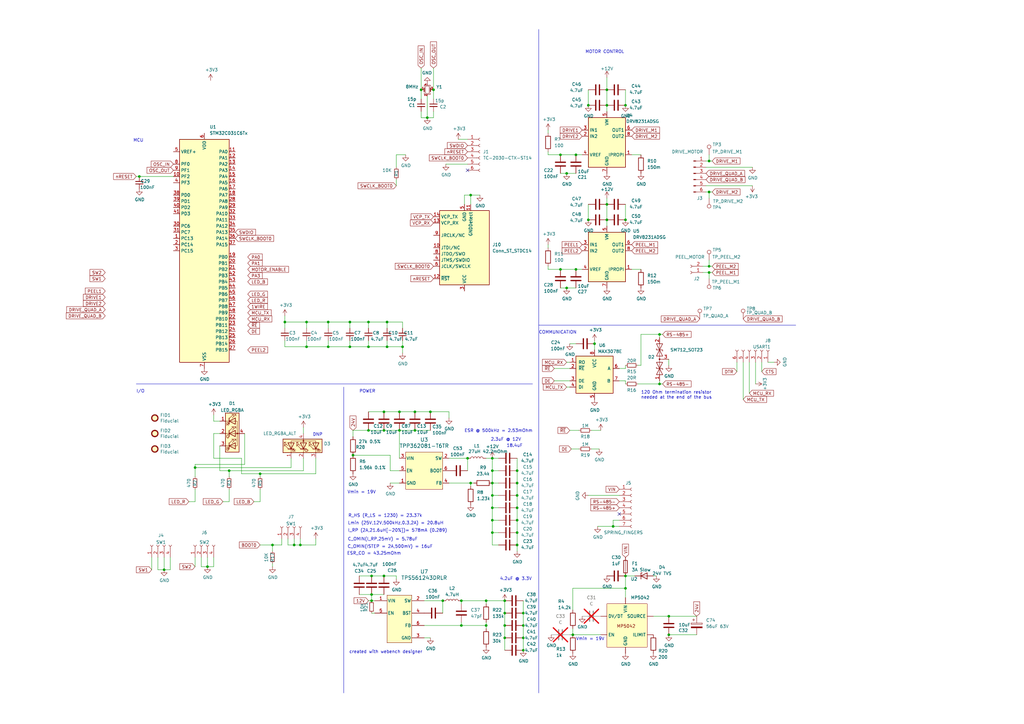
<source format=kicad_sch>
(kicad_sch
	(version 20250114)
	(generator "eeschema")
	(generator_version "9.0")
	(uuid "e502d1d5-04b0-4d4b-b5c3-8c52d09668e7")
	(paper "A3")
	(title_block
		(title "LumenPnP Feeder Control Board")
		(rev "09")
		(company "Opulo, Inc.")
	)
	
	(text "I/O"
		(exclude_from_sim no)
		(at 55.88 161.29 0)
		(effects
			(font
				(size 1.27 1.27)
			)
			(justify left bottom)
		)
		(uuid "0dfdfa9f-1e3f-4e14-b64b-12bde76a80c7")
	)
	(text "4.2uF @ 3.3V"
		(exclude_from_sim no)
		(at 211.582 237.49 0)
		(effects
			(font
				(size 1.27 1.27)
			)
		)
		(uuid "0eb6094d-07ed-47ec-a808-96190a7f6b3a")
	)
	(text "DNP"
		(exclude_from_sim no)
		(at 128.27 179.07 0)
		(effects
			(font
				(size 1.27 1.27)
			)
			(justify left bottom)
		)
		(uuid "1ae0cfe0-a602-4963-8aee-30cd5ff998e0")
	)
	(text "COMMUNICATION"
		(exclude_from_sim no)
		(at 220.98 137.16 0)
		(effects
			(font
				(size 1.27 1.27)
			)
			(justify left bottom)
		)
		(uuid "2de1ffee-2174-41d2-8969-68b8d21e5a7d")
	)
	(text "MOTOR CONTROL"
		(exclude_from_sim no)
		(at 240.03 22.098 0)
		(effects
			(font
				(size 1.27 1.27)
			)
			(justify left bottom)
		)
		(uuid "3a41dd27-ec14-44d5-b505-aad1d829f79a")
	)
	(text "ESR @ 500kHz = 2.53mOhm"
		(exclude_from_sim no)
		(at 204.47 176.784 0)
		(effects
			(font
				(size 1.27 1.27)
			)
		)
		(uuid "406827b1-9e17-46fa-95db-df0263d1413e")
	)
	(text "I_RP (2A,21.6uH[-20%])= 578mA (0.289)"
		(exclude_from_sim no)
		(at 163.068 217.678 0)
		(effects
			(font
				(size 1.27 1.27)
			)
		)
		(uuid "61265315-00e1-4061-a5eb-5a4fe6b70035")
	)
	(text "POWER"
		(exclude_from_sim no)
		(at 147.32 161.29 0)
		(effects
			(font
				(size 1.27 1.27)
			)
			(justify left bottom)
		)
		(uuid "7c2008c8-0626-4a09-a873-065e83502a0e")
	)
	(text "2.3uF @ 12V"
		(exclude_from_sim no)
		(at 207.518 180.34 0)
		(effects
			(font
				(size 1.27 1.27)
			)
		)
		(uuid "80e7d38e-0d60-4157-9278-c1ecf852fd55")
	)
	(text "Vmin = 19V"
		(exclude_from_sim no)
		(at 242.062 262.128 0)
		(effects
			(font
				(size 1.27 1.27)
			)
		)
		(uuid "8271c83e-1939-430f-b8c0-e7e55165b37b")
	)
	(text "C_OMIN(I_RP,25mV) = 5.78uF"
		(exclude_from_sim no)
		(at 156.972 221.234 0)
		(effects
			(font
				(size 1.27 1.27)
			)
		)
		(uuid "859408fc-a25f-423b-83c5-7ec9229ed756")
	)
	(text "18.4uF"
		(exclude_from_sim no)
		(at 211.074 182.88 0)
		(effects
			(font
				(size 1.27 1.27)
			)
		)
		(uuid "994d2712-5bc6-4f75-9859-5f15a1c74fc2")
	)
	(text "Vmin = 19V"
		(exclude_from_sim no)
		(at 148.336 201.93 0)
		(effects
			(font
				(size 1.27 1.27)
			)
		)
		(uuid "9f222b3c-8c78-42f5-bc91-93f79a089f9f")
	)
	(text "C_OMIN(ISTEP = 2A,500mV) = 16uF"
		(exclude_from_sim no)
		(at 160.02 224.282 0)
		(effects
			(font
				(size 1.27 1.27)
			)
		)
		(uuid "ad4a0065-377c-4545-91c1-25e7bc634db2")
	)
	(text "Lmin (25V,12V,500kHz,0.3,2A) = 20.8uH"
		(exclude_from_sim no)
		(at 162.306 214.63 0)
		(effects
			(font
				(size 1.27 1.27)
			)
		)
		(uuid "c82bd32e-2ae9-4756-a83c-1e0d3b05e305")
	)
	(text "MCU"
		(exclude_from_sim no)
		(at 54.61 58.42 0)
		(effects
			(font
				(size 1.27 1.27)
			)
			(justify left bottom)
		)
		(uuid "e7d81bce-286e-41e4-9181-3511e9c0455e")
	)
	(text "ESR_CO = 43.25mOhm"
		(exclude_from_sim no)
		(at 153.416 227.076 0)
		(effects
			(font
				(size 1.27 1.27)
			)
		)
		(uuid "ee0b8569-a115-42d1-9662-ae7f71703210")
	)
	(text "created with webench designer"
		(exclude_from_sim no)
		(at 158.242 267.462 0)
		(effects
			(font
				(size 1.27 1.27)
			)
		)
		(uuid "ef88d910-892a-426f-a579-50a97048f95f")
	)
	(text "120 Ohm termination resistor\nneeded at the end of the bus"
		(exclude_from_sim no)
		(at 262.89 163.83 0)
		(effects
			(font
				(size 1.27 1.27)
			)
			(justify left bottom)
		)
		(uuid "f8214a7a-a440-480f-92e1-82e22ae70c7a")
	)
	(text "R_HS (R_LS = 1230) = 23.37k "
		(exclude_from_sim no)
		(at 158.496 211.582 0)
		(effects
			(font
				(size 1.27 1.27)
			)
		)
		(uuid "fce9807e-026a-40e8-aaba-a6bfe4e0a8ef")
	)
	(junction
		(at 212.09 218.44)
		(diameter 0)
		(color 0 0 0 0)
		(uuid "0081d34d-c7b4-481c-963f-c8f621aa1fb7")
	)
	(junction
		(at 199.39 246.38)
		(diameter 0)
		(color 0 0 0 0)
		(uuid "03d7e8d3-b880-445b-991e-119c56179085")
	)
	(junction
		(at 67.31 233.68)
		(diameter 0)
		(color 0 0 0 0)
		(uuid "0c999cf6-90f2-4ccb-a825-709bbb678104")
	)
	(junction
		(at 256.54 241.3)
		(diameter 0)
		(color 0 0 0 0)
		(uuid "0db150a3-1982-4b8d-83c5-102e2066a8d9")
	)
	(junction
		(at 125.73 132.08)
		(diameter 0)
		(color 0 0 0 0)
		(uuid "113900c7-fee9-477c-9098-c052d12a2e80")
	)
	(junction
		(at 207.01 246.38)
		(diameter 0)
		(color 0 0 0 0)
		(uuid "11f200fd-a17d-4652-8abe-c347d03c79b3")
	)
	(junction
		(at 199.39 256.54)
		(diameter 0)
		(color 0 0 0 0)
		(uuid "1267f116-94f9-4bfb-bfc5-9ec627ee4101")
	)
	(junction
		(at 152.4 236.22)
		(diameter 0)
		(color 0 0 0 0)
		(uuid "16f65403-c966-42cb-b1ba-53a717675adc")
	)
	(junction
		(at 158.75 132.08)
		(diameter 0)
		(color 0 0 0 0)
		(uuid "1b63b34f-8fe0-435f-8417-516e8540e1d3")
	)
	(junction
		(at 214.63 266.7)
		(diameter 0)
		(color 0 0 0 0)
		(uuid "1b71bdfb-6bc0-4b59-8d05-8bcc5b32dca2")
	)
	(junction
		(at 229.87 63.5)
		(diameter 0)
		(color 0 0 0 0)
		(uuid "1f92ec6d-8700-47ba-b1cf-0b9bd4e27651")
	)
	(junction
		(at 270.51 157.48)
		(diameter 0)
		(color 0 0 0 0)
		(uuid "1f9f3af8-18d5-4711-ac12-7bbfb2cb3fdb")
	)
	(junction
		(at 232.41 118.11)
		(diameter 0)
		(color 0 0 0 0)
		(uuid "2765f6ae-df24-413d-8930-a818f5cd2806")
	)
	(junction
		(at 248.92 43.18)
		(diameter 0)
		(color 0 0 0 0)
		(uuid "2a58ee4d-c476-43b9-8277-04baaef834ea")
	)
	(junction
		(at 170.18 176.53)
		(diameter 0)
		(color 0 0 0 0)
		(uuid "2c0e8267-fdde-47da-8ce5-785ca0dfd97d")
	)
	(junction
		(at 256.54 43.18)
		(diameter 0)
		(color 0 0 0 0)
		(uuid "2c52c25f-54a7-42d3-8dd3-729347190b87")
	)
	(junction
		(at 158.75 142.24)
		(diameter 0)
		(color 0 0 0 0)
		(uuid "2e5a84c5-c49d-40ad-9d64-a881651edcde")
	)
	(junction
		(at 191.77 187.96)
		(diameter 0)
		(color 0 0 0 0)
		(uuid "331fdd68-1a1f-4c89-8950-70001e856f92")
	)
	(junction
		(at 170.18 168.91)
		(diameter 0)
		(color 0 0 0 0)
		(uuid "342cc8cf-3dad-448b-9c1c-92304fa460fc")
	)
	(junction
		(at 248.92 83.82)
		(diameter 0)
		(color 0 0 0 0)
		(uuid "35d4f1ed-25a7-4b5f-a8fe-88d54e333735")
	)
	(junction
		(at 232.41 71.12)
		(diameter 0)
		(color 0 0 0 0)
		(uuid "3682dd67-31de-4a9c-a0a2-a9a3cad06d0c")
	)
	(junction
		(at 120.65 223.52)
		(diameter 0)
		(color 0 0 0 0)
		(uuid "36c4c88d-eeae-4cc2-b043-5804f51c624d")
	)
	(junction
		(at 290.83 66.04)
		(diameter 0)
		(color 0 0 0 0)
		(uuid "3874dde3-d400-407f-a55a-bfcbd774484f")
	)
	(junction
		(at 172.72 36.83)
		(diameter 0)
		(color 0 0 0 0)
		(uuid "3d416885-b8b5-4f5c-bc29-39c6376095e8")
	)
	(junction
		(at 134.62 132.08)
		(diameter 0)
		(color 0 0 0 0)
		(uuid "47adfbd7-b367-4549-9f78-8c4971819ce9")
	)
	(junction
		(at 157.48 236.22)
		(diameter 0)
		(color 0 0 0 0)
		(uuid "49a32ed3-604e-4b27-ad63-3580ba67048a")
	)
	(junction
		(at 236.22 63.5)
		(diameter 0)
		(color 0 0 0 0)
		(uuid "4ba23b38-deef-45bc-996a-e6138f6750f4")
	)
	(junction
		(at 152.4 246.38)
		(diameter 0)
		(color 0 0 0 0)
		(uuid "4d5fddc3-45b8-45b8-89bc-f7d38086d2d7")
	)
	(junction
		(at 177.8 36.83)
		(diameter 0)
		(color 0 0 0 0)
		(uuid "4d967454-338c-4b89-8534-9457e15bf2f2")
	)
	(junction
		(at 201.93 213.36)
		(diameter 0)
		(color 0 0 0 0)
		(uuid "4fd15e53-5281-4c02-bc90-6c302f8550d9")
	)
	(junction
		(at 212.09 203.2)
		(diameter 0)
		(color 0 0 0 0)
		(uuid "55c9f71a-c543-40b7-a429-5c05f3d2db11")
	)
	(junction
		(at 163.83 176.53)
		(diameter 0)
		(color 0 0 0 0)
		(uuid "56a02002-bd68-46d9-9189-2f85fe03e371")
	)
	(junction
		(at 144.78 186.69)
		(diameter 0)
		(color 0 0 0 0)
		(uuid "56a38d17-0d36-43e8-9c6a-6d2de2d0db48")
	)
	(junction
		(at 256.54 236.22)
		(diameter 0)
		(color 0 0 0 0)
		(uuid "57f5067a-1453-4ab4-8a57-83d0fb3e9ea6")
	)
	(junction
		(at 290.83 109.22)
		(diameter 0)
		(color 0 0 0 0)
		(uuid "58aabcd6-3f35-4aba-9b7d-51d325cb43f9")
	)
	(junction
		(at 151.13 132.08)
		(diameter 0)
		(color 0 0 0 0)
		(uuid "5b281001-db6f-4edb-88f9-5b2dca8fb97a")
	)
	(junction
		(at 212.09 198.12)
		(diameter 0)
		(color 0 0 0 0)
		(uuid "5c8285c3-059d-43bc-ac73-accefcaede1f")
	)
	(junction
		(at 236.22 110.49)
		(diameter 0)
		(color 0 0 0 0)
		(uuid "5dbcb1d8-0946-41e1-b6ba-44f56fa3749a")
	)
	(junction
		(at 106.68 194.31)
		(diameter 0)
		(color 0 0 0 0)
		(uuid "5ee75d6e-ceae-4345-9c1d-c456352c347a")
	)
	(junction
		(at 256.54 90.17)
		(diameter 0)
		(color 0 0 0 0)
		(uuid "5eebcd6a-ed57-4f30-a63a-bac98d7aaca0")
	)
	(junction
		(at 80.01 191.77)
		(diameter 0)
		(color 0 0 0 0)
		(uuid "5efe15f0-4029-4c83-9b0e-3763b60c78a9")
	)
	(junction
		(at 157.48 168.91)
		(diameter 0)
		(color 0 0 0 0)
		(uuid "60f9d53d-7791-45bf-9ef5-b0def7ab8492")
	)
	(junction
		(at 241.3 43.18)
		(diameter 0)
		(color 0 0 0 0)
		(uuid "6292a8e2-9cf7-4b12-bbd7-827200d6db82")
	)
	(junction
		(at 151.13 142.24)
		(diameter 0)
		(color 0 0 0 0)
		(uuid "63d5f620-a465-4113-93fa-45d64002dff3")
	)
	(junction
		(at 193.04 198.12)
		(diameter 0)
		(color 0 0 0 0)
		(uuid "6bf727e5-c768-47cc-a42b-426e8f8a2841")
	)
	(junction
		(at 212.09 193.04)
		(diameter 0)
		(color 0 0 0 0)
		(uuid "6e1eb9da-548b-4c30-abb5-c483e585555a")
	)
	(junction
		(at 248.92 36.83)
		(diameter 0)
		(color 0 0 0 0)
		(uuid "6f0d62eb-e2fe-4893-9413-bfa8564a09e3")
	)
	(junction
		(at 57.15 72.39)
		(diameter 0)
		(color 0 0 0 0)
		(uuid "72b40e5e-6b38-46bf-9ba5-dae7769fe73f")
	)
	(junction
		(at 201.93 187.96)
		(diameter 0)
		(color 0 0 0 0)
		(uuid "77fb4273-58e5-4a42-b0a8-40d2c14c749f")
	)
	(junction
		(at 143.51 132.08)
		(diameter 0)
		(color 0 0 0 0)
		(uuid "7ac32368-3407-4e28-86f9-6b7f10ab2dcc")
	)
	(junction
		(at 201.93 198.12)
		(diameter 0)
		(color 0 0 0 0)
		(uuid "7b7c7c1e-94f7-454b-8195-480b8827e4a2")
	)
	(junction
		(at 111.76 223.52)
		(diameter 0)
		(color 0 0 0 0)
		(uuid "7e3af848-7686-498c-bed7-8bb3de86f2e0")
	)
	(junction
		(at 201.93 193.04)
		(diameter 0)
		(color 0 0 0 0)
		(uuid "7ff8df5d-cc58-45fb-85f0-ffc5f8f939d5")
	)
	(junction
		(at 201.93 218.44)
		(diameter 0)
		(color 0 0 0 0)
		(uuid "8b91240f-6a90-4a92-82af-e5b3af0b00e3")
	)
	(junction
		(at 176.53 168.91)
		(diameter 0)
		(color 0 0 0 0)
		(uuid "90301807-2536-437c-92df-fcb104398e48")
	)
	(junction
		(at 243.84 140.97)
		(diameter 0)
		(color 0 0 0 0)
		(uuid "91c70a90-2498-418c-a3e3-27b999f5833c")
	)
	(junction
		(at 207.01 256.54)
		(diameter 0)
		(color 0 0 0 0)
		(uuid "933a8aad-512e-4e4a-87b3-847ac89bcfc1")
	)
	(junction
		(at 116.84 132.08)
		(diameter 0)
		(color 0 0 0 0)
		(uuid "95f39bc9-c673-49e3-92ec-b5500e23e399")
	)
	(junction
		(at 212.09 213.36)
		(diameter 0)
		(color 0 0 0 0)
		(uuid "96886dbb-302f-49a2-8bf8-44e41b927a88")
	)
	(junction
		(at 143.51 142.24)
		(diameter 0)
		(color 0 0 0 0)
		(uuid "9732291a-c53b-4680-923d-20acf53461ed")
	)
	(junction
		(at 175.26 48.26)
		(diameter 0)
		(color 0 0 0 0)
		(uuid "97dcf785-3264-40a1-a36e-8842acab24fb")
	)
	(junction
		(at 274.32 260.35)
		(diameter 0)
		(color 0 0 0 0)
		(uuid "9cafff0b-d2df-4266-b758-3ff5e7079bb0")
	)
	(junction
		(at 290.83 111.76)
		(diameter 0)
		(color 0 0 0 0)
		(uuid "a05d98cc-4f88-4d90-806f-7869a19ab035")
	)
	(junction
		(at 214.63 261.62)
		(diameter 0)
		(color 0 0 0 0)
		(uuid "a32449d3-c651-4c71-8e9a-43fb090fb321")
	)
	(junction
		(at 201.93 203.2)
		(diameter 0)
		(color 0 0 0 0)
		(uuid "a5cc1129-ca86-46e8-b756-e41e60938b05")
	)
	(junction
		(at 290.83 78.74)
		(diameter 0)
		(color 0 0 0 0)
		(uuid "af0df4b4-f71d-4f30-a800-b551d9c46fc2")
	)
	(junction
		(at 123.19 223.52)
		(diameter 0)
		(color 0 0 0 0)
		(uuid "af86720b-d780-4af4-92c6-80447e4d6f7f")
	)
	(junction
		(at 270.51 137.16)
		(diameter 0)
		(color 0 0 0 0)
		(uuid "b06f7add-c117-486b-83ec-a0ebb76a7584")
	)
	(junction
		(at 152.4 243.84)
		(diameter 0)
		(color 0 0 0 0)
		(uuid "b43a7e17-c21a-4959-84e9-dac768dbc82a")
	)
	(junction
		(at 181.61 246.38)
		(diameter 0)
		(color 0 0 0 0)
		(uuid "baaefa4c-9759-4ea6-b17b-81d580b4bcab")
	)
	(junction
		(at 251.46 215.9)
		(diameter 0)
		(color 0 0 0 0)
		(uuid "bd476cda-6d5c-4446-8e4f-80117744bce7")
	)
	(junction
		(at 85.09 232.41)
		(diameter 0)
		(color 0 0 0 0)
		(uuid "bf331016-e8f6-41fc-9244-0f51d6b913e4")
	)
	(junction
		(at 134.62 142.24)
		(diameter 0)
		(color 0 0 0 0)
		(uuid "c5b2c1af-445b-408b-a466-07d3bb8715df")
	)
	(junction
		(at 189.23 256.54)
		(diameter 0)
		(color 0 0 0 0)
		(uuid "c624cf32-5e69-4df7-b928-328091d8b603")
	)
	(junction
		(at 248.92 90.17)
		(diameter 0)
		(color 0 0 0 0)
		(uuid "c678fa54-36b6-4752-8ae9-c01be0c9459e")
	)
	(junction
		(at 125.73 142.24)
		(diameter 0)
		(color 0 0 0 0)
		(uuid "c77880e9-d3a9-4a2a-a02f-695ec9d93a45")
	)
	(junction
		(at 163.83 168.91)
		(diameter 0)
		(color 0 0 0 0)
		(uuid "ca117179-8bcb-4317-bca4-19e2776f61f5")
	)
	(junction
		(at 157.48 176.53)
		(diameter 0)
		(color 0 0 0 0)
		(uuid "d4415b6c-9f46-4cbe-b824-930d37925d16")
	)
	(junction
		(at 165.1 142.24)
		(diameter 0)
		(color 0 0 0 0)
		(uuid "d7069750-8bd4-4e7a-879e-b21fe681195a")
	)
	(junction
		(at 201.93 208.28)
		(diameter 0)
		(color 0 0 0 0)
		(uuid "d7c11a3e-b2a7-405c-acf2-64c95dab3140")
	)
	(junction
		(at 93.98 193.04)
		(diameter 0)
		(color 0 0 0 0)
		(uuid "d831fc55-b6e4-459a-8b17-c80d4870a67a")
	)
	(junction
		(at 214.63 251.46)
		(diameter 0)
		(color 0 0 0 0)
		(uuid "da553a95-7b6e-4e2a-ba71-3e03ecca76db")
	)
	(junction
		(at 212.09 208.28)
		(diameter 0)
		(color 0 0 0 0)
		(uuid "db2eebae-6063-45ba-a501-03a4f85e6b50")
	)
	(junction
		(at 151.13 176.53)
		(diameter 0)
		(color 0 0 0 0)
		(uuid "dd1e9047-9adf-45be-9fe2-00c332b71480")
	)
	(junction
		(at 212.09 223.52)
		(diameter 0)
		(color 0 0 0 0)
		(uuid "e05f12ee-48a7-4cda-899f-c9d499613a53")
	)
	(junction
		(at 241.3 90.17)
		(diameter 0)
		(color 0 0 0 0)
		(uuid "e4a3e3f9-0cb6-4056-895d-affb69a4ec28")
	)
	(junction
		(at 229.87 110.49)
		(diameter 0)
		(color 0 0 0 0)
		(uuid "e7b32bdc-395d-46e0-b528-c05036a82b8f")
	)
	(junction
		(at 234.95 260.35)
		(diameter 0)
		(color 0 0 0 0)
		(uuid "e9537947-0d69-4a37-a613-b811ae4f6636")
	)
	(junction
		(at 274.32 252.73)
		(diameter 0)
		(color 0 0 0 0)
		(uuid "e95ab1c9-4d5b-4a51-99d1-0ff051ee77b7")
	)
	(junction
		(at 214.63 256.54)
		(diameter 0)
		(color 0 0 0 0)
		(uuid "ea76f25b-41df-4686-b4ad-4d3555bddb82")
	)
	(junction
		(at 207.01 261.62)
		(diameter 0)
		(color 0 0 0 0)
		(uuid "ee527392-0727-45f5-87df-9b2d2019a041")
	)
	(junction
		(at 193.04 80.01)
		(diameter 0)
		(color 0 0 0 0)
		(uuid "f610f311-878d-4f86-adb9-6345bcf84873")
	)
	(junction
		(at 189.23 246.38)
		(diameter 0)
		(color 0 0 0 0)
		(uuid "f854a6fe-2e01-4be4-ad11-b453a3e9db0e")
	)
	(junction
		(at 207.01 251.46)
		(diameter 0)
		(color 0 0 0 0)
		(uuid "fe78de5b-de76-44cb-a19f-12d04a3b7a3b")
	)
	(no_connect
		(at 191.77 69.85)
		(uuid "ba85baa3-5c07-405b-86e1-f5eacdea476d")
	)
	(no_connect
		(at 254 210.82)
		(uuid "d0a78584-4ad3-4873-b467-d9e7ce40da8a")
	)
	(wire
		(pts
			(xy 289.56 78.74) (xy 290.83 78.74)
		)
		(stroke
			(width 0)
			(type default)
		)
		(uuid "007adb57-4193-4514-bc4f-844e27c34d63")
	)
	(wire
		(pts
			(xy 80.01 232.41) (xy 80.01 228.6)
		)
		(stroke
			(width 0)
			(type default)
		)
		(uuid "00c7f158-18a1-4d5d-8258-3a26fd0c9e5f")
	)
	(wire
		(pts
			(xy 241.3 83.82) (xy 241.3 90.17)
		)
		(stroke
			(width 0)
			(type default)
		)
		(uuid "00d25be6-f32a-4b93-a997-d129481b4aa6")
	)
	(wire
		(pts
			(xy 234.95 250.19) (xy 234.95 241.3)
		)
		(stroke
			(width 0)
			(type default)
		)
		(uuid "026b57c8-75a5-4ae6-910e-bbb6999694cb")
	)
	(wire
		(pts
			(xy 193.04 198.12) (xy 194.31 198.12)
		)
		(stroke
			(width 0)
			(type default)
		)
		(uuid "0425d2cf-f04c-4dee-b946-d25f80571234")
	)
	(wire
		(pts
			(xy 162.56 73.66) (xy 162.56 76.2)
		)
		(stroke
			(width 0)
			(type default)
		)
		(uuid "04e8a9a1-83c0-40eb-99da-dd450a35ef70")
	)
	(wire
		(pts
			(xy 262.89 149.86) (xy 262.89 137.16)
		)
		(stroke
			(width 0)
			(type default)
		)
		(uuid "05a65167-73d2-43bf-8621-a8c7c159c7ad")
	)
	(wire
		(pts
			(xy 91.44 205.74) (xy 93.98 205.74)
		)
		(stroke
			(width 0)
			(type default)
		)
		(uuid "05f2859d-2820-4e84-b395-696011feb13b")
	)
	(wire
		(pts
			(xy 165.1 142.24) (xy 158.75 142.24)
		)
		(stroke
			(width 0)
			(type default)
		)
		(uuid "065e22c9-bdfd-44bf-8966-646bc8a744f6")
	)
	(wire
		(pts
			(xy 151.13 246.38) (xy 152.4 246.38)
		)
		(stroke
			(width 0)
			(type default)
		)
		(uuid "0764be4a-5e7c-418a-ae70-e506a2a81154")
	)
	(wire
		(pts
			(xy 147.32 243.84) (xy 152.4 243.84)
		)
		(stroke
			(width 0)
			(type default)
		)
		(uuid "078939e3-0154-48cb-adf3-8471b47ef8be")
	)
	(wire
		(pts
			(xy 224.79 109.22) (xy 224.79 110.49)
		)
		(stroke
			(width 0)
			(type default)
		)
		(uuid "0942239d-0def-44fc-adc0-41e811a6f31b")
	)
	(wire
		(pts
			(xy 207.01 251.46) (xy 207.01 256.54)
		)
		(stroke
			(width 0)
			(type default)
		)
		(uuid "0b6e177d-7a03-491d-92a6-6bff0c87d147")
	)
	(wire
		(pts
			(xy 212.09 208.28) (xy 212.09 213.36)
		)
		(stroke
			(width 0)
			(type default)
		)
		(uuid "0ba1e9c9-ffc0-4165-b444-6a93c93b3570")
	)
	(wire
		(pts
			(xy 143.51 132.08) (xy 143.51 134.62)
		)
		(stroke
			(width 0)
			(type default)
		)
		(uuid "0e7805a7-947d-4328-86a7-af4cb49cc98d")
	)
	(wire
		(pts
			(xy 201.93 193.04) (xy 201.93 198.12)
		)
		(stroke
			(width 0)
			(type default)
		)
		(uuid "10a2c6bf-c31c-4281-9236-ee68e478c221")
	)
	(wire
		(pts
			(xy 201.93 187.96) (xy 199.39 187.96)
		)
		(stroke
			(width 0)
			(type default)
		)
		(uuid "11190c0b-a261-4db8-bc42-28663c59d9f5")
	)
	(wire
		(pts
			(xy 129.54 187.96) (xy 129.54 194.31)
		)
		(stroke
			(width 0)
			(type default)
		)
		(uuid "14de1bc3-76d1-4ad2-8c05-76d439f98f20")
	)
	(wire
		(pts
			(xy 189.23 246.38) (xy 189.23 247.65)
		)
		(stroke
			(width 0)
			(type default)
		)
		(uuid "1562b67b-92e5-46f7-8057-8e6c13e165e5")
	)
	(wire
		(pts
			(xy 256.54 83.82) (xy 256.54 90.17)
		)
		(stroke
			(width 0)
			(type default)
		)
		(uuid "169d04e8-6d6d-467c-b2dc-791dda4ee7b0")
	)
	(wire
		(pts
			(xy 256.54 241.3) (xy 256.54 245.11)
		)
		(stroke
			(width 0)
			(type default)
		)
		(uuid "170eeb0b-f305-4a09-8d00-389c796c7872")
	)
	(wire
		(pts
			(xy 243.84 139.7) (xy 243.84 140.97)
		)
		(stroke
			(width 0)
			(type default)
		)
		(uuid "17a5dd49-0e77-4517-9212-1cddbe677f7c")
	)
	(wire
		(pts
			(xy 267.97 252.73) (xy 274.32 252.73)
		)
		(stroke
			(width 0)
			(type default)
		)
		(uuid "1884f6c7-c7ea-4512-91f4-5838136c7c56")
	)
	(wire
		(pts
			(xy 254 151.13) (xy 256.54 151.13)
		)
		(stroke
			(width 0)
			(type default)
		)
		(uuid "19b8b40d-8ec2-4dbf-9b1c-df901e2aebee")
	)
	(wire
		(pts
			(xy 125.73 132.08) (xy 125.73 134.62)
		)
		(stroke
			(width 0)
			(type default)
		)
		(uuid "1a7e5c27-d968-4aa8-9438-2b4cba0b3814")
	)
	(wire
		(pts
			(xy 57.15 72.39) (xy 71.12 72.39)
		)
		(stroke
			(width 0)
			(type default)
		)
		(uuid "1b822538-8387-4995-8677-b1759208d49b")
	)
	(wire
		(pts
			(xy 214.63 261.62) (xy 214.63 266.7)
		)
		(stroke
			(width 0)
			(type default)
		)
		(uuid "1ced6f63-16d0-4c5e-b84d-90bd6484262d")
	)
	(wire
		(pts
			(xy 116.84 139.7) (xy 116.84 142.24)
		)
		(stroke
			(width 0)
			(type default)
		)
		(uuid "1f8087d2-5625-40fe-b375-96eed84c60b3")
	)
	(wire
		(pts
			(xy 234.95 257.81) (xy 234.95 260.35)
		)
		(stroke
			(width 0)
			(type default)
		)
		(uuid "200fcc6d-6769-465e-bfde-ecb0a5941e13")
	)
	(wire
		(pts
			(xy 236.22 110.49) (xy 238.76 110.49)
		)
		(stroke
			(width 0)
			(type default)
		)
		(uuid "216813f5-871a-4b9e-a592-3d4cc2a11ba5")
	)
	(wire
		(pts
			(xy 290.83 111.76) (xy 292.1 111.76)
		)
		(stroke
			(width 0)
			(type default)
		)
		(uuid "2346c7c0-aade-4bb6-9033-7a0e6e2d664a")
	)
	(wire
		(pts
			(xy 274.32 147.32) (xy 274.32 149.86)
		)
		(stroke
			(width 0)
			(type default)
		)
		(uuid "234bbbbb-d2bf-42b2-8866-b90d79e694be")
	)
	(wire
		(pts
			(xy 248.92 83.82) (xy 248.92 90.17)
		)
		(stroke
			(width 0)
			(type default)
		)
		(uuid "26723ecf-18ac-4494-9c26-9ad387fa92d9")
	)
	(wire
		(pts
			(xy 234.95 260.35) (xy 246.38 260.35)
		)
		(stroke
			(width 0)
			(type default)
		)
		(uuid "27841ccd-20b3-41c9-9b89-db9a3a7516e8")
	)
	(wire
		(pts
			(xy 111.76 223.52) (xy 111.76 226.06)
		)
		(stroke
			(width 0)
			(type default)
		)
		(uuid "27f20f52-9431-4e60-a894-1ea89f12d744")
	)
	(wire
		(pts
			(xy 80.01 191.77) (xy 80.01 195.58)
		)
		(stroke
			(width 0)
			(type default)
		)
		(uuid "28c70ecc-4581-41cd-89de-5d9cb57840cd")
	)
	(wire
		(pts
			(xy 177.8 48.26) (xy 175.26 48.26)
		)
		(stroke
			(width 0)
			(type default)
		)
		(uuid "29bb7297-26fb-4776-9266-2355d022bab0")
	)
	(wire
		(pts
			(xy 77.47 205.74) (xy 80.01 205.74)
		)
		(stroke
			(width 0)
			(type default)
		)
		(uuid "2a1de22d-6451-488d-af77-0bf8841bd695")
	)
	(wire
		(pts
			(xy 69.85 228.6) (xy 69.85 233.68)
		)
		(stroke
			(width 0)
			(type default)
		)
		(uuid "2d08c358-cce7-40cd-a26a-3bc598d26425")
	)
	(wire
		(pts
			(xy 254 156.21) (xy 256.54 156.21)
		)
		(stroke
			(width 0)
			(type default)
		)
		(uuid "2d958099-6dfa-46ea-b41e-6037acd45247")
	)
	(wire
		(pts
			(xy 152.4 246.38) (xy 153.67 246.38)
		)
		(stroke
			(width 0)
			(type default)
		)
		(uuid "2e8c60c7-be2f-478e-8f9f-9bbdbe123e3c")
	)
	(wire
		(pts
			(xy 160.02 193.04) (xy 160.02 186.69)
		)
		(stroke
			(width 0)
			(type default)
		)
		(uuid "2ec5040b-d10b-4ead-89f4-028822435c60")
	)
	(wire
		(pts
			(xy 134.62 132.08) (xy 125.73 132.08)
		)
		(stroke
			(width 0)
			(type default)
		)
		(uuid "30ed1b00-f151-4615-9987-7ee76b56e64c")
	)
	(wire
		(pts
			(xy 99.06 194.31) (xy 106.68 194.31)
		)
		(stroke
			(width 0)
			(type default)
		)
		(uuid "3131130b-6ec1-4162-98f0-0b3da68b0cc7")
	)
	(wire
		(pts
			(xy 87.63 228.6) (xy 87.63 232.41)
		)
		(stroke
			(width 0)
			(type default)
		)
		(uuid "33f26134-89c1-4146-9ddd-577a2a18b343")
	)
	(wire
		(pts
			(xy 118.11 220.98) (xy 118.11 223.52)
		)
		(stroke
			(width 0)
			(type default)
		)
		(uuid "3420faa6-b70f-4509-854d-b580a5d0640c")
	)
	(wire
		(pts
			(xy 261.62 149.86) (xy 262.89 149.86)
		)
		(stroke
			(width 0)
			(type default)
		)
		(uuid "3524ecb0-97b9-4304-827a-d7b8e064f330")
	)
	(wire
		(pts
			(xy 175.26 48.26) (xy 172.72 48.26)
		)
		(stroke
			(width 0)
			(type default)
		)
		(uuid "363945f6-fbef-42be-99cf-4a8a48434d92")
	)
	(wire
		(pts
			(xy 233.68 176.53) (xy 237.49 176.53)
		)
		(stroke
			(width 0)
			(type default)
		)
		(uuid "37b5fff7-9b01-485e-8e8b-ef427c610720")
	)
	(wire
		(pts
			(xy 143.51 142.24) (xy 151.13 142.24)
		)
		(stroke
			(width 0)
			(type default)
		)
		(uuid "37bf5090-a95c-4995-a668-445ceb7214c6")
	)
	(wire
		(pts
			(xy 214.63 251.46) (xy 214.63 256.54)
		)
		(stroke
			(width 0)
			(type default)
		)
		(uuid "3897864d-00d6-48ed-a775-0e56097ec904")
	)
	(wire
		(pts
			(xy 152.4 243.84) (xy 152.4 246.38)
		)
		(stroke
			(width 0)
			(type default)
		)
		(uuid "3a3c4493-3b83-4fb2-93e8-b38ffbdf00ea")
	)
	(wire
		(pts
			(xy 191.77 187.96) (xy 191.77 193.04)
		)
		(stroke
			(width 0)
			(type default)
		)
		(uuid "3a87113f-05e4-42c8-837b-27b6f9652702")
	)
	(wire
		(pts
			(xy 314.96 148.59) (xy 317.5 148.59)
		)
		(stroke
			(width 0)
			(type default)
		)
		(uuid "3abb8595-a86a-4e18-95d4-bbaa21ab248c")
	)
	(wire
		(pts
			(xy 119.38 191.77) (xy 80.01 191.77)
		)
		(stroke
			(width 0)
			(type default)
		)
		(uuid "3b63c4da-d5c0-47fe-9739-3232b708dde0")
	)
	(wire
		(pts
			(xy 201.93 203.2) (xy 204.47 203.2)
		)
		(stroke
			(width 0)
			(type default)
		)
		(uuid "3b7154b9-ff33-44af-8a39-cdf638c50170")
	)
	(wire
		(pts
			(xy 290.83 106.68) (xy 290.83 109.22)
		)
		(stroke
			(width 0)
			(type default)
		)
		(uuid "3b80c39f-f9b1-46eb-aa34-45fb2d7226c4")
	)
	(wire
		(pts
			(xy 248.92 90.17) (xy 248.92 92.71)
		)
		(stroke
			(width 0)
			(type default)
		)
		(uuid "3c212e32-f646-4d79-beb4-aec281eb382b")
	)
	(wire
		(pts
			(xy 106.68 194.31) (xy 106.68 195.58)
		)
		(stroke
			(width 0)
			(type default)
		)
		(uuid "3d5b2ea5-ac6f-4109-915e-6feecebf69ca")
	)
	(wire
		(pts
			(xy 269.24 236.22) (xy 267.97 236.22)
		)
		(stroke
			(width 0)
			(type default)
		)
		(uuid "3d62c2f1-6a84-4a30-9585-1a568a3846a3")
	)
	(wire
		(pts
			(xy 69.85 233.68) (xy 67.31 233.68)
		)
		(stroke
			(width 0)
			(type default)
		)
		(uuid "3db1263a-22a4-44e2-a91b-167a4ca2ec07")
	)
	(wire
		(pts
			(xy 285.75 252.73) (xy 274.32 252.73)
		)
		(stroke
			(width 0)
			(type default)
		)
		(uuid "3e00be8d-c201-4cb7-87d6-f4164f717cbc")
	)
	(wire
		(pts
			(xy 125.73 132.08) (xy 116.84 132.08)
		)
		(stroke
			(width 0)
			(type default)
		)
		(uuid "3e38a373-8da1-407a-b339-a0ebf3cd9543")
	)
	(wire
		(pts
			(xy 189.23 256.54) (xy 199.39 256.54)
		)
		(stroke
			(width 0)
			(type default)
		)
		(uuid "3e94d4d2-264d-42c5-856a-b0d7f9699ed8")
	)
	(wire
		(pts
			(xy 90.17 193.04) (xy 93.98 193.04)
		)
		(stroke
			(width 0)
			(type default)
		)
		(uuid "3fe175b3-3cfd-4e36-a294-713a51106a07")
	)
	(wire
		(pts
			(xy 116.84 132.08) (xy 116.84 134.62)
		)
		(stroke
			(width 0)
			(type default)
		)
		(uuid "41039518-ab12-4164-942e-9d532ed7d4ce")
	)
	(wire
		(pts
			(xy 290.83 109.22) (xy 292.1 109.22)
		)
		(stroke
			(width 0)
			(type default)
		)
		(uuid "4175377a-20f0-4495-a3ce-dde2745deae2")
	)
	(wire
		(pts
			(xy 233.68 260.35) (xy 234.95 260.35)
		)
		(stroke
			(width 0)
			(type default)
		)
		(uuid "4192ca03-3f83-4ec3-829c-145cd5d8975e")
	)
	(wire
		(pts
			(xy 163.83 187.96) (xy 163.83 176.53)
		)
		(stroke
			(width 0)
			(type default)
		)
		(uuid "41f64e39-2b62-4f8c-adde-56b04ee1259c")
	)
	(wire
		(pts
			(xy 229.87 71.12) (xy 232.41 71.12)
		)
		(stroke
			(width 0)
			(type default)
		)
		(uuid "42ef0ac3-3d15-477c-a1a6-179af8cc1c0b")
	)
	(wire
		(pts
			(xy 256.54 156.21) (xy 256.54 157.48)
		)
		(stroke
			(width 0)
			(type default)
		)
		(uuid "43ef24d0-cd9f-4134-9722-e9379b7a261c")
	)
	(wire
		(pts
			(xy 162.56 63.5) (xy 162.56 68.58)
		)
		(stroke
			(width 0)
			(type default)
		)
		(uuid "452a1cba-0f93-44c2-b85a-07cc131ea8d5")
	)
	(wire
		(pts
			(xy 212.09 193.04) (xy 212.09 198.12)
		)
		(stroke
			(width 0)
			(type default)
		)
		(uuid "466e814f-967e-4421-99a3-ca7cf2d79f1e")
	)
	(wire
		(pts
			(xy 201.93 203.2) (xy 201.93 208.28)
		)
		(stroke
			(width 0)
			(type default)
		)
		(uuid "4836f163-7c1d-458d-a0ee-aff58f320bd4")
	)
	(wire
		(pts
			(xy 199.39 257.81) (xy 199.39 256.54)
		)
		(stroke
			(width 0)
			(type default)
		)
		(uuid "49c45373-44b0-4e62-a2ec-03f36a5b34ed")
	)
	(wire
		(pts
			(xy 124.46 175.26) (xy 124.46 177.8)
		)
		(stroke
			(width 0)
			(type default)
		)
		(uuid "49d80339-cc4a-4953-b7d5-b57c7279e832")
	)
	(wire
		(pts
			(xy 158.75 139.7) (xy 158.75 142.24)
		)
		(stroke
			(width 0)
			(type default)
		)
		(uuid "4d2e2ab9-2ede-490e-9868-917e398d3f21")
	)
	(wire
		(pts
			(xy 55.88 72.39) (xy 57.15 72.39)
		)
		(stroke
			(width 0)
			(type default)
		)
		(uuid "4da5c725-5491-4d5d-9792-220f088d5948")
	)
	(wire
		(pts
			(xy 193.04 80.01) (xy 190.5 80.01)
		)
		(stroke
			(width 0)
			(type default)
		)
		(uuid "4ed8dc60-88ea-4638-845d-8288a57f7f9b")
	)
	(wire
		(pts
			(xy 214.63 256.54) (xy 214.63 261.62)
		)
		(stroke
			(width 0)
			(type default)
		)
		(uuid "4f0f5be0-8753-4feb-a553-a3200db01ec6")
	)
	(wire
		(pts
			(xy 158.75 132.08) (xy 151.13 132.08)
		)
		(stroke
			(width 0)
			(type default)
		)
		(uuid "4f193a53-22fc-4bdb-91a6-d025521c77bf")
	)
	(wire
		(pts
			(xy 251.46 213.36) (xy 254 213.36)
		)
		(stroke
			(width 0)
			(type default)
		)
		(uuid "50377fe5-73b3-4fc5-867c-37d32c8c82d2")
	)
	(wire
		(pts
			(xy 232.41 158.75) (xy 233.68 158.75)
		)
		(stroke
			(width 0)
			(type default)
		)
		(uuid "50d8e518-6cf5-481d-a06a-4968034ca40f")
	)
	(wire
		(pts
			(xy 199.39 255.27) (xy 199.39 256.54)
		)
		(stroke
			(width 0)
			(type default)
		)
		(uuid "524debb7-0150-4340-a1e9-586171050fac")
	)
	(wire
		(pts
			(xy 123.19 220.98) (xy 123.19 223.52)
		)
		(stroke
			(width 0)
			(type default)
		)
		(uuid "52d25a31-da27-4389-8404-35c79d4e8e0b")
	)
	(wire
		(pts
			(xy 64.77 233.68) (xy 67.31 233.68)
		)
		(stroke
			(width 0)
			(type default)
		)
		(uuid "535e36b1-4568-4bf5-9a4c-e4d49bd7ea46")
	)
	(wire
		(pts
			(xy 173.99 261.62) (xy 176.53 261.62)
		)
		(stroke
			(width 0)
			(type default)
		)
		(uuid "55e998c1-5dca-4d5b-95f7-0c9aff3980fa")
	)
	(wire
		(pts
			(xy 262.89 137.16) (xy 270.51 137.16)
		)
		(stroke
			(width 0)
			(type default)
		)
		(uuid "5613b369-ad9d-4695-832c-630a71101ab8")
	)
	(wire
		(pts
			(xy 165.1 139.7) (xy 165.1 142.24)
		)
		(stroke
			(width 0)
			(type default)
		)
		(uuid "56cb462c-2b5c-495f-be2a-f302d30ee4ad")
	)
	(wire
		(pts
			(xy 196.85 80.01) (xy 193.04 80.01)
		)
		(stroke
			(width 0)
			(type default)
		)
		(uuid "5711998b-81cc-4900-a66e-3541f10969ac")
	)
	(wire
		(pts
			(xy 87.63 187.96) (xy 99.06 187.96)
		)
		(stroke
			(width 0)
			(type default)
		)
		(uuid "58731372-7d2c-4b88-9b0f-6772853b8136")
	)
	(wire
		(pts
			(xy 85.09 232.41) (xy 87.63 232.41)
		)
		(stroke
			(width 0)
			(type default)
		)
		(uuid "59266495-3dbe-4a77-84da-0744244535ea")
	)
	(wire
		(pts
			(xy 212.09 203.2) (xy 212.09 208.28)
		)
		(stroke
			(width 0)
			(type default)
		)
		(uuid "59dbd853-27a2-4ad1-9320-411c8ff0a5bc")
	)
	(wire
		(pts
			(xy 251.46 215.9) (xy 254 215.9)
		)
		(stroke
			(width 0)
			(type default)
		)
		(uuid "5aa753e8-567a-4e75-bce7-ff31c80c2785")
	)
	(wire
		(pts
			(xy 165.1 142.24) (xy 165.1 144.78)
		)
		(stroke
			(width 0)
			(type default)
		)
		(uuid "5b983a35-af66-44b8-8e8d-d6e8d5052c39")
	)
	(wire
		(pts
			(xy 177.8 40.64) (xy 177.8 36.83)
		)
		(stroke
			(width 0)
			(type default)
		)
		(uuid "5c30b9b4-3014-4f50-9329-27a539b67e01")
	)
	(wire
		(pts
			(xy 163.83 168.91) (xy 170.18 168.91)
		)
		(stroke
			(width 0)
			(type default)
		)
		(uuid "5d7f5f45-e0b7-49ab-a65c-90379e68f905")
	)
	(wire
		(pts
			(xy 189.23 256.54) (xy 173.99 256.54)
		)
		(stroke
			(width 0)
			(type default)
		)
		(uuid "5e07511b-c83f-487b-8f15-81ee62ab6bc6")
	)
	(wire
		(pts
			(xy 304.8 148.59) (xy 304.8 163.83)
		)
		(stroke
			(width 0)
			(type default)
		)
		(uuid "5fb9962c-7075-4419-8920-34afb158ea34")
	)
	(wire
		(pts
			(xy 157.48 168.91) (xy 163.83 168.91)
		)
		(stroke
			(width 0)
			(type default)
		)
		(uuid "60400326-fa11-4980-a58c-8ae0695694a2")
	)
	(wire
		(pts
			(xy 87.63 177.8) (xy 90.17 177.8)
		)
		(stroke
			(width 0)
			(type default)
		)
		(uuid "6080f49d-3b63-4a4e-8f62-9cf0a51b41bb")
	)
	(wire
		(pts
			(xy 82.55 232.41) (xy 85.09 232.41)
		)
		(stroke
			(width 0)
			(type default)
		)
		(uuid "60e9ff38-1e55-43a6-bc9f-4384a90539fc")
	)
	(wire
		(pts
			(xy 290.83 78.74) (xy 292.1 78.74)
		)
		(stroke
			(width 0)
			(type default)
		)
		(uuid "61204310-07db-4e05-b4f8-d9824a5d9a04")
	)
	(wire
		(pts
			(xy 93.98 193.04) (xy 93.98 195.58)
		)
		(stroke
			(width 0)
			(type default)
		)
		(uuid "61bcd457-2c38-4051-8967-ecae2fba12f7")
	)
	(wire
		(pts
			(xy 248.92 31.75) (xy 248.92 36.83)
		)
		(stroke
			(width 0)
			(type default)
		)
		(uuid "6289721b-5b2d-4042-bfde-6c3d7afac0dd")
	)
	(wire
		(pts
			(xy 67.31 228.6) (xy 67.31 233.68)
		)
		(stroke
			(width 0)
			(type default)
		)
		(uuid "62a2da83-c7b1-49e4-a3bf-cfbe8dbc21bf")
	)
	(wire
		(pts
			(xy 193.04 80.01) (xy 193.04 83.82)
		)
		(stroke
			(width 0)
			(type default)
		)
		(uuid "62ba5cee-e9a7-4428-aab0-60b934bc0f4a")
	)
	(wire
		(pts
			(xy 224.79 110.49) (xy 229.87 110.49)
		)
		(stroke
			(width 0)
			(type default)
		)
		(uuid "63bc58ca-1ca8-4945-882d-108d790f4551")
	)
	(wire
		(pts
			(xy 212.09 213.36) (xy 212.09 218.44)
		)
		(stroke
			(width 0)
			(type default)
		)
		(uuid "63dee648-ca7c-4da1-bd14-2aa556a32718")
	)
	(wire
		(pts
			(xy 201.93 223.52) (xy 204.47 223.52)
		)
		(stroke
			(width 0)
			(type default)
		)
		(uuid "65195672-d54a-42ae-9e83-2cf8c0965077")
	)
	(wire
		(pts
			(xy 189.23 255.27) (xy 189.23 256.54)
		)
		(stroke
			(width 0)
			(type default)
		)
		(uuid "66610a64-a7ff-470d-9b6b-578dc619cbc0")
	)
	(wire
		(pts
			(xy 201.93 208.28) (xy 201.93 213.36)
		)
		(stroke
			(width 0)
			(type default)
		)
		(uuid "668129b4-a07a-4c1c-bd43-d5911c248156")
	)
	(wire
		(pts
			(xy 309.88 148.59) (xy 309.88 157.48)
		)
		(stroke
			(width 0)
			(type default)
		)
		(uuid "67d6f90c-783e-4f0c-af06-9383169c670c")
	)
	(wire
		(pts
			(xy 243.84 140.97) (xy 243.84 143.51)
		)
		(stroke
			(width 0)
			(type default)
		)
		(uuid "686591ed-addd-43e4-a720-731c13176f19")
	)
	(wire
		(pts
			(xy 99.06 187.96) (xy 99.06 194.31)
		)
		(stroke
			(width 0)
			(type default)
		)
		(uuid "6c9373b7-73f6-4bcf-b049-dc12d134f4f8")
	)
	(wire
		(pts
			(xy 233.68 140.97) (xy 236.22 140.97)
		)
		(stroke
			(width 0)
			(type default)
		)
		(uuid "6d8505bb-f3e8-4e80-8872-71bdc1ca2163")
	)
	(wire
		(pts
			(xy 270.51 157.48) (xy 271.78 157.48)
		)
		(stroke
			(width 0)
			(type default)
		)
		(uuid "6e523d02-f914-47b9-adc4-a676cbc34590")
	)
	(wire
		(pts
			(xy 165.1 134.62) (xy 165.1 132.08)
		)
		(stroke
			(width 0)
			(type default)
		)
		(uuid "6f3f2ec5-9a8b-47a5-9b12-a8acb4c5c276")
	)
	(wire
		(pts
			(xy 80.01 190.5) (xy 100.33 190.5)
		)
		(stroke
			(width 0)
			(type default)
		)
		(uuid "70a263d8-9d35-4822-ac6a-5e68cfde8775")
	)
	(wire
		(pts
			(xy 229.87 110.49) (xy 236.22 110.49)
		)
		(stroke
			(width 0)
			(type default)
		)
		(uuid "72b25029-b002-4dde-a8bd-eec0aee48c62")
	)
	(wire
		(pts
			(xy 106.68 223.52) (xy 111.76 223.52)
		)
		(stroke
			(width 0)
			(type default)
		)
		(uuid "72d82a41-2240-4e50-a06e-c5b0040e62c6")
	)
	(wire
		(pts
			(xy 212.09 198.12) (xy 212.09 203.2)
		)
		(stroke
			(width 0)
			(type default)
		)
		(uuid "7437ec8e-d6f7-4a1a-a294-49be1967e6d3")
	)
	(wire
		(pts
			(xy 234.315 184.15) (xy 237.49 184.15)
		)
		(stroke
			(width 0)
			(type default)
		)
		(uuid "76659e3e-9854-4b23-9b28-f08885db5799")
	)
	(wire
		(pts
			(xy 212.09 187.96) (xy 212.09 193.04)
		)
		(stroke
			(width 0)
			(type default)
		)
		(uuid "76bb8476-9e93-44ca-a7b6-194d899d0529")
	)
	(wire
		(pts
			(xy 232.41 71.12) (xy 236.22 71.12)
		)
		(stroke
			(width 0)
			(type default)
		)
		(uuid "798f22d6-9998-435e-9e9f-3bba44a88b53")
	)
	(wire
		(pts
			(xy 151.13 142.24) (xy 158.75 142.24)
		)
		(stroke
			(width 0)
			(type default)
		)
		(uuid "7b1d1203-2e7f-4630-9cf2-1cfc3474d2a8")
	)
	(wire
		(pts
			(xy 151.13 132.08) (xy 151.13 134.62)
		)
		(stroke
			(width 0)
			(type default)
		)
		(uuid "7b252f28-d68a-4560-a591-583efc3b4129")
	)
	(wire
		(pts
			(xy 163.83 176.53) (xy 170.18 176.53)
		)
		(stroke
			(width 0)
			(type default)
		)
		(uuid "7bc666e6-fef4-46ba-92dd-e060a2404916")
	)
	(wire
		(pts
			(xy 111.76 223.52) (xy 115.57 223.52)
		)
		(stroke
			(width 0)
			(type default)
		)
		(uuid "7d231139-a02c-4a20-85be-b26b4d331423")
	)
	(wire
		(pts
			(xy 172.72 36.83) (xy 172.72 40.64)
		)
		(stroke
			(width 0)
			(type default)
		)
		(uuid "7eb32ed1-4320-49ba-8487-1c88e4824fe3")
	)
	(polyline
		(pts
			(xy 55.88 157.48) (xy 218.44 157.48)
		)
		(stroke
			(width 0)
			(type default)
		)
		(uuid "7f2b3ce3-2f20-426d-b769-e0329b6a8111")
	)
	(wire
		(pts
			(xy 212.09 226.06) (xy 212.09 223.52)
		)
		(stroke
			(width 0)
			(type default)
		)
		(uuid "7ff35583-fd71-4da6-ae63-2d4a6ddc2b37")
	)
	(wire
		(pts
			(xy 262.89 63.5) (xy 259.08 63.5)
		)
		(stroke
			(width 0)
			(type default)
		)
		(uuid "82116a0b-34d0-4b97-953e-c669be1e716b")
	)
	(wire
		(pts
			(xy 115.57 220.98) (xy 115.57 223.52)
		)
		(stroke
			(width 0)
			(type default)
		)
		(uuid "8408d05b-21f5-4ab2-ab28-f0e996f89af0")
	)
	(wire
		(pts
			(xy 288.29 111.76) (xy 290.83 111.76)
		)
		(stroke
			(width 0)
			(type default)
		)
		(uuid "844856d3-49ec-4c4a-93c4-7fb2311ad897")
	)
	(wire
		(pts
			(xy 229.87 118.11) (xy 232.41 118.11)
		)
		(stroke
			(width 0)
			(type default)
		)
		(uuid "8591421e-28ae-4d68-a7fd-bb59be3dc4fb")
	)
	(wire
		(pts
			(xy 288.29 109.22) (xy 290.83 109.22)
		)
		(stroke
			(width 0)
			(type default)
		)
		(uuid "8671ae26-4661-4d93-820d-e3743e87a5c3")
	)
	(wire
		(pts
			(xy 144.78 176.53) (xy 144.78 179.07)
		)
		(stroke
			(width 0)
			(type default)
		)
		(uuid "8686ae7f-5a27-46da-8a34-a31286b5f1ac")
	)
	(wire
		(pts
			(xy 307.34 148.59) (xy 307.34 161.29)
		)
		(stroke
			(width 0)
			(type default)
		)
		(uuid "86d5c54a-5068-485e-a50d-ad0da02622fb")
	)
	(wire
		(pts
			(xy 227.33 151.13) (xy 233.68 151.13)
		)
		(stroke
			(width 0)
			(type default)
		)
		(uuid "86f40da7-a7f6-49d4-b9e2-fea0175270ae")
	)
	(wire
		(pts
			(xy 270.51 137.16) (xy 270.51 138.43)
		)
		(stroke
			(width 0)
			(type default)
		)
		(uuid "87146e53-a954-4976-9c78-608b33df94ef")
	)
	(wire
		(pts
			(xy 201.93 213.36) (xy 204.47 213.36)
		)
		(stroke
			(width 0)
			(type default)
		)
		(uuid "87ee54e3-0c32-4833-9fbe-d173aa439926")
	)
	(wire
		(pts
			(xy 260.35 236.22) (xy 256.54 236.22)
		)
		(stroke
			(width 0)
			(type default)
		)
		(uuid "88647224-c4a6-4440-a31d-7af24c56a117")
	)
	(wire
		(pts
			(xy 134.62 139.7) (xy 134.62 142.24)
		)
		(stroke
			(width 0)
			(type default)
		)
		(uuid "8885a9d9-16dd-4476-9879-de777ac2f14c")
	)
	(wire
		(pts
			(xy 204.47 193.04) (xy 201.93 193.04)
		)
		(stroke
			(width 0)
			(type default)
		)
		(uuid "88d76d16-58e8-4d6b-934c-6acf719d25a3")
	)
	(wire
		(pts
			(xy 207.01 261.62) (xy 207.01 266.7)
		)
		(stroke
			(width 0)
			(type default)
		)
		(uuid "8b7e4244-4c0e-48fa-a865-237cef746885")
	)
	(wire
		(pts
			(xy 289.56 66.04) (xy 290.83 66.04)
		)
		(stroke
			(width 0)
			(type default)
		)
		(uuid "8c11123f-3da3-46f4-bf33-706523b81ea5")
	)
	(wire
		(pts
			(xy 160.02 186.69) (xy 144.78 186.69)
		)
		(stroke
			(width 0)
			(type default)
		)
		(uuid "8d76a283-35f0-4403-a354-e87b3d6d7bef")
	)
	(wire
		(pts
			(xy 224.79 63.5) (xy 229.87 63.5)
		)
		(stroke
			(width 0)
			(type default)
		)
		(uuid "8ed02670-1bdc-4de1-9483-d88117543a6a")
	)
	(wire
		(pts
			(xy 170.18 176.53) (xy 176.53 176.53)
		)
		(stroke
			(width 0)
			(type default)
		)
		(uuid "8f9742b8-5b15-4023-bf4a-0853f5a5ff24")
	)
	(wire
		(pts
			(xy 143.51 132.08) (xy 134.62 132.08)
		)
		(stroke
			(width 0)
			(type default)
		)
		(uuid "90163b9e-76f4-4cca-a78b-6329297265e8")
	)
	(wire
		(pts
			(xy 201.93 198.12) (xy 201.93 203.2)
		)
		(stroke
			(width 0)
			(type default)
		)
		(uuid "901c85ce-f952-4612-829f-5b9d6837b648")
	)
	(wire
		(pts
			(xy 175.26 39.37) (xy 175.26 48.26)
		)
		(stroke
			(width 0)
			(type default)
		)
		(uuid "90fd611c-300b-48cf-a7c4-0d604953cd00")
	)
	(wire
		(pts
			(xy 157.48 236.22) (xy 162.56 236.22)
		)
		(stroke
			(width 0)
			(type default)
		)
		(uuid "912e0ee7-0a65-4a1b-b0ef-488902048aa9")
	)
	(wire
		(pts
			(xy 100.33 177.8) (xy 100.33 190.5)
		)
		(stroke
			(width 0)
			(type default)
		)
		(uuid "927ae74f-1060-4b98-b1c1-5e6ce51f97d1")
	)
	(wire
		(pts
			(xy 151.13 176.53) (xy 157.48 176.53)
		)
		(stroke
			(width 0)
			(type default)
		)
		(uuid "92d28c75-a034-4e83-9688-5fb473794744")
	)
	(wire
		(pts
			(xy 248.92 43.18) (xy 248.92 45.72)
		)
		(stroke
			(width 0)
			(type default)
		)
		(uuid "92f825b2-d452-49ce-9d65-b7c9d49fa74d")
	)
	(wire
		(pts
			(xy 207.01 246.38) (xy 207.01 251.46)
		)
		(stroke
			(width 0)
			(type default)
		)
		(uuid "93d772f0-b450-4bc2-ba51-255db30dbc72")
	)
	(wire
		(pts
			(xy 241.3 36.83) (xy 241.3 43.18)
		)
		(stroke
			(width 0)
			(type default)
		)
		(uuid "94e2bd17-22b1-443b-86c5-a5b50c5fa060")
	)
	(wire
		(pts
			(xy 173.99 246.38) (xy 181.61 246.38)
		)
		(stroke
			(width 0)
			(type default)
		)
		(uuid "95378fa7-80a3-485c-b426-82bc85a8ebd4")
	)
	(wire
		(pts
			(xy 236.22 63.5) (xy 238.76 63.5)
		)
		(stroke
			(width 0)
			(type default)
		)
		(uuid "9600fae5-8150-4750-8c82-5f23899ad2d0")
	)
	(wire
		(pts
			(xy 151.13 139.7) (xy 151.13 142.24)
		)
		(stroke
			(width 0)
			(type default)
		)
		(uuid "96662d4a-4e07-42c0-bb68-d9c55228c6a7")
	)
	(wire
		(pts
			(xy 120.65 223.52) (xy 123.19 223.52)
		)
		(stroke
			(width 0)
			(type default)
		)
		(uuid "978f1d88-579e-417f-ba76-e5b02ebde9df")
	)
	(wire
		(pts
			(xy 289.56 68.58) (xy 308.61 68.58)
		)
		(stroke
			(width 0)
			(type default)
		)
		(uuid "97d5aa6b-1d0c-43b4-b602-c1729ec4fae9")
	)
	(wire
		(pts
			(xy 201.93 187.96) (xy 201.93 193.04)
		)
		(stroke
			(width 0)
			(type default)
		)
		(uuid "9a39f83d-1ba1-4d52-b247-08b5de141339")
	)
	(wire
		(pts
			(xy 152.4 243.84) (xy 157.48 243.84)
		)
		(stroke
			(width 0)
			(type default)
		)
		(uuid "9befa18e-b22d-4ec5-99ec-1b31f17069c1")
	)
	(wire
		(pts
			(xy 201.93 218.44) (xy 201.93 223.52)
		)
		(stroke
			(width 0)
			(type default)
		)
		(uuid "9cb28253-3574-4a3f-8878-89fb13bc5c41")
	)
	(wire
		(pts
			(xy 134.62 142.24) (xy 143.51 142.24)
		)
		(stroke
			(width 0)
			(type default)
		)
		(uuid "9dadcde9-6013-4b07-9918-daa357dfbff5")
	)
	(wire
		(pts
			(xy 163.83 193.04) (xy 160.02 193.04)
		)
		(stroke
			(width 0)
			(type default)
		)
		(uuid "9df509af-6c70-4e8b-808f-11d94150c00a")
	)
	(wire
		(pts
			(xy 104.14 205.74) (xy 106.68 205.74)
		)
		(stroke
			(width 0)
			(type default)
		)
		(uuid "9fdca5c2-1fbd-4774-a9c3-8795a40c206d")
	)
	(wire
		(pts
			(xy 151.13 168.91) (xy 157.48 168.91)
		)
		(stroke
			(width 0)
			(type default)
		)
		(uuid "a0060d3d-aaa2-4907-8460-7644fd93681d")
	)
	(wire
		(pts
			(xy 134.62 132.08) (xy 134.62 134.62)
		)
		(stroke
			(width 0)
			(type default)
		)
		(uuid "a092317c-0e85-4f34-834f-a3e0c2a219b8")
	)
	(wire
		(pts
			(xy 106.68 200.66) (xy 106.68 205.74)
		)
		(stroke
			(width 0)
			(type default)
		)
		(uuid "a0d52767-051a-423c-a600-928281f27952")
	)
	(wire
		(pts
			(xy 124.46 193.04) (xy 93.98 193.04)
		)
		(stroke
			(width 0)
			(type default)
		)
		(uuid "a0f6f7ec-f246-4674-a62f-fb7e37fa15f8")
	)
	(polyline
		(pts
			(xy 220.98 133.35) (xy 326.39 133.35)
		)
		(stroke
			(width 0)
			(type default)
		)
		(uuid "a22bec73-a69c-4ab7-8d8d-f6a6b09f925f")
	)
	(wire
		(pts
			(xy 64.77 228.6) (xy 64.77 233.68)
		)
		(stroke
			(width 0)
			(type default)
		)
		(uuid "a22fd0c7-15fb-4421-ba7d-30c916406dc4")
	)
	(wire
		(pts
			(xy 116.84 142.24) (xy 125.73 142.24)
		)
		(stroke
			(width 0)
			(type default)
		)
		(uuid "a267e37e-770f-4c23-9f37-cd9a8e6e2c3d")
	)
	(wire
		(pts
			(xy 201.93 213.36) (xy 201.93 218.44)
		)
		(stroke
			(width 0)
			(type default)
		)
		(uuid "a29fb7fa-d50a-43f3-aeea-5adda1763836")
	)
	(wire
		(pts
			(xy 242.57 176.53) (xy 246.38 176.53)
		)
		(stroke
			(width 0)
			(type default)
		)
		(uuid "a2f0205d-3fba-4963-9e76-a1fb7961066e")
	)
	(wire
		(pts
			(xy 229.87 63.5) (xy 236.22 63.5)
		)
		(stroke
			(width 0)
			(type default)
		)
		(uuid "a4a7352d-adc7-4410-90af-f9ee38f4d0b3")
	)
	(wire
		(pts
			(xy 172.72 27.94) (xy 172.72 36.83)
		)
		(stroke
			(width 0)
			(type default)
		)
		(uuid "a6706c54-6a82-42d1-a6c9-48341690e19d")
	)
	(polyline
		(pts
			(xy 140.97 158.75) (xy 140.97 284.226)
		)
		(stroke
			(width 0)
			(type default)
		)
		(uuid "a7f2e97b-29f3-44fd-bf8a-97a3c1528b61")
	)
	(wire
		(pts
			(xy 201.93 218.44) (xy 204.47 218.44)
		)
		(stroke
			(width 0)
			(type default)
		)
		(uuid "a8918c6d-e8a3-4c6a-9360-89690ce2ef2f")
	)
	(wire
		(pts
			(xy 93.98 200.66) (xy 93.98 205.74)
		)
		(stroke
			(width 0)
			(type default)
		)
		(uuid "a8fb8ee0-623f-4870-a716-ecc88f37ef9a")
	)
	(wire
		(pts
			(xy 170.18 168.91) (xy 176.53 168.91)
		)
		(stroke
			(width 0)
			(type default)
		)
		(uuid "a9aaed91-769f-43dc-9e5b-040514dfeca2")
	)
	(wire
		(pts
			(xy 224.79 53.34) (xy 224.79 54.61)
		)
		(stroke
			(width 0)
			(type default)
		)
		(uuid "ac292fb4-054d-4a43-a42e-91a7698549d6")
	)
	(wire
		(pts
			(xy 129.54 194.31) (xy 106.68 194.31)
		)
		(stroke
			(width 0)
			(type default)
		)
		(uuid "aca80adf-9b4f-4948-8831-a5ae2f02eeaa")
	)
	(wire
		(pts
			(xy 214.63 246.38) (xy 214.63 251.46)
		)
		(stroke
			(width 0)
			(type default)
		)
		(uuid "adc21d28-4f84-4830-89ac-63bad0d5618c")
	)
	(wire
		(pts
			(xy 90.17 182.88) (xy 90.17 193.04)
		)
		(stroke
			(width 0)
			(type default)
		)
		(uuid "aed6ed12-e5a7-4ccc-aaa4-92c3cb9273d8")
	)
	(wire
		(pts
			(xy 124.46 187.96) (xy 124.46 193.04)
		)
		(stroke
			(width 0)
			(type default)
		)
		(uuid "af43fb94-013e-4327-8ac1-1d2cc8f1ecca")
	)
	(wire
		(pts
			(xy 290.83 111.76) (xy 290.83 114.3)
		)
		(stroke
			(width 0)
			(type default)
		)
		(uuid "b103d1df-54da-49fb-9310-274f6a802904")
	)
	(wire
		(pts
			(xy 129.54 220.98) (xy 129.54 223.52)
		)
		(stroke
			(width 0)
			(type default)
		)
		(uuid "b26ea949-c031-4e87-aa4c-5b0817138629")
	)
	(wire
		(pts
			(xy 118.11 223.52) (xy 120.65 223.52)
		)
		(stroke
			(width 0)
			(type default)
		)
		(uuid "b2fd5db6-34cb-4f81-ba45-f5451cded511")
	)
	(wire
		(pts
			(xy 262.89 110.49) (xy 259.08 110.49)
		)
		(stroke
			(width 0)
			(type default)
		)
		(uuid "b386d8d0-1678-44db-a757-33cbec2ea281")
	)
	(wire
		(pts
			(xy 147.32 236.22) (xy 152.4 236.22)
		)
		(stroke
			(width 0)
			(type default)
		)
		(uuid "b5669406-0151-49ad-8b2b-6b90ecad3b10")
	)
	(wire
		(pts
			(xy 248.92 36.83) (xy 248.92 43.18)
		)
		(stroke
			(width 0)
			(type default)
		)
		(uuid "b5fd016e-6994-43a4-9598-beafd4f0b6d1")
	)
	(wire
		(pts
			(xy 248.92 81.28) (xy 248.92 83.82)
		)
		(stroke
			(width 0)
			(type default)
		)
		(uuid "b626ec82-ccf7-4934-bc96-3860add262de")
	)
	(wire
		(pts
			(xy 261.62 157.48) (xy 270.51 157.48)
		)
		(stroke
			(width 0)
			(type default)
		)
		(uuid "b8d3a420-8953-41a1-b4ad-054ca8585074")
	)
	(wire
		(pts
			(xy 290.83 63.5) (xy 290.83 66.04)
		)
		(stroke
			(width 0)
			(type default)
		)
		(uuid "ba38c295-360c-4fad-b582-178fae9a3497")
	)
	(wire
		(pts
			(xy 193.04 198.12) (xy 193.04 199.39)
		)
		(stroke
			(width 0)
			(type default)
		)
		(uuid "bb9da785-787c-46e2-a47d-e4ed1de9ed06")
	)
	(wire
		(pts
			(xy 82.55 228.6) (xy 82.55 232.41)
		)
		(stroke
			(width 0)
			(type default)
		)
		(uuid "bc02eed1-90c6-465e-8552-71558a07b9a4")
	)
	(wire
		(pts
			(xy 125.73 142.24) (xy 134.62 142.24)
		)
		(stroke
			(width 0)
			(type default)
		)
		(uuid "bce25c2b-d5ca-4ca2-b784-e5a5a5bcbb43")
	)
	(wire
		(pts
			(xy 224.79 62.23) (xy 224.79 63.5)
		)
		(stroke
			(width 0)
			(type default)
		)
		(uuid "bd00703f-5853-4479-afe0-38c461d28a31")
	)
	(wire
		(pts
			(xy 152.4 236.22) (xy 157.48 236.22)
		)
		(stroke
			(width 0)
			(type default)
		)
		(uuid "c1911035-c6bc-4103-af89-bf8f2779438d")
	)
	(wire
		(pts
			(xy 289.56 76.2) (xy 308.61 76.2)
		)
		(stroke
			(width 0)
			(type default)
		)
		(uuid "c362a487-9680-4a36-9190-5968e13daff5")
	)
	(wire
		(pts
			(xy 182.88 67.31) (xy 191.77 67.31)
		)
		(stroke
			(width 0)
			(type default)
		)
		(uuid "c5c1a7dd-8f2c-43d1-8b18-0430be7926e7")
	)
	(wire
		(pts
			(xy 232.41 118.11) (xy 236.22 118.11)
		)
		(stroke
			(width 0)
			(type default)
		)
		(uuid "c70ecc8d-185b-455f-a233-32531eff0ad5")
	)
	(wire
		(pts
			(xy 87.63 187.96) (xy 87.63 177.8)
		)
		(stroke
			(width 0)
			(type default)
		)
		(uuid "c7428870-0602-4059-9297-84efbdbc422c")
	)
	(wire
		(pts
			(xy 199.39 246.38) (xy 207.01 246.38)
		)
		(stroke
			(width 0)
			(type default)
		)
		(uuid "c7c8f2a4-7763-4540-8eaf-6bbac6806a98")
	)
	(wire
		(pts
			(xy 251.46 215.9) (xy 251.46 213.36)
		)
		(stroke
			(width 0)
			(type default)
		)
		(uuid "c87634eb-009f-4573-8cd1-cfa1dbddec01")
	)
	(wire
		(pts
			(xy 111.76 231.14) (xy 111.76 232.41)
		)
		(stroke
			(width 0)
			(type default)
		)
		(uuid "ca26ec52-1289-4bbf-a8fb-889edb42014a")
	)
	(wire
		(pts
			(xy 172.72 48.26) (xy 172.72 45.72)
		)
		(stroke
			(width 0)
			(type default)
		)
		(uuid "cb6062da-8dcd-4826-92fd-4071e9e97213")
	)
	(wire
		(pts
			(xy 201.93 208.28) (xy 204.47 208.28)
		)
		(stroke
			(width 0)
			(type default)
		)
		(uuid "cccef143-2a32-4ae3-bb85-8dd52884361f")
	)
	(wire
		(pts
			(xy 204.47 198.12) (xy 201.93 198.12)
		)
		(stroke
			(width 0)
			(type default)
		)
		(uuid "d225b935-bef0-4eee-93a2-d80855d6a8fd")
	)
	(wire
		(pts
			(xy 199.39 247.65) (xy 199.39 246.38)
		)
		(stroke
			(width 0)
			(type default)
		)
		(uuid "d225ec40-4e89-415e-a242-4d0103257c61")
	)
	(wire
		(pts
			(xy 123.19 223.52) (xy 129.54 223.52)
		)
		(stroke
			(width 0)
			(type default)
		)
		(uuid "d2d7a12a-b03c-4068-9964-d7938f6f26c5")
	)
	(wire
		(pts
			(xy 242.57 184.15) (xy 245.745 184.15)
		)
		(stroke
			(width 0)
			(type default)
		)
		(uuid "d385cd43-8caf-443a-9622-46dc8016282f")
	)
	(wire
		(pts
			(xy 62.23 228.6) (xy 62.23 233.68)
		)
		(stroke
			(width 0)
			(type default)
		)
		(uuid "d387146b-fbad-42cb-a189-fb67c5572cbd")
	)
	(wire
		(pts
			(xy 256.54 149.86) (xy 256.54 151.13)
		)
		(stroke
			(width 0)
			(type default)
		)
		(uuid "d435155e-38b3-43c8-b76b-bddf0aa5947d")
	)
	(wire
		(pts
			(xy 270.51 137.16) (xy 271.78 137.16)
		)
		(stroke
			(width 0)
			(type default)
		)
		(uuid "d59dfd22-356b-42b9-9e7e-6b53dc90e16a")
	)
	(wire
		(pts
			(xy 224.79 100.33) (xy 224.79 101.6)
		)
		(stroke
			(width 0)
			(type default)
		)
		(uuid "d73a34d8-75d7-4cc9-bb8a-8338770c27ad")
	)
	(wire
		(pts
			(xy 290.83 66.04) (xy 292.1 66.04)
		)
		(stroke
			(width 0)
			(type default)
		)
		(uuid "d8a47199-11fe-4d75-a248-d689f48d8862")
	)
	(wire
		(pts
			(xy 120.65 220.98) (xy 120.65 223.52)
		)
		(stroke
			(width 0)
			(type default)
		)
		(uuid "d94ba7c4-b399-45db-8035-63e2861378ba")
	)
	(wire
		(pts
			(xy 116.84 132.08) (xy 116.84 129.54)
		)
		(stroke
			(width 0)
			(type default)
		)
		(uuid "d9690770-4473-431d-90af-3de2394dd867")
	)
	(wire
		(pts
			(xy 119.38 187.96) (xy 119.38 191.77)
		)
		(stroke
			(width 0)
			(type default)
		)
		(uuid "db5245b9-adb6-40b3-a1da-32bef4d775fe")
	)
	(wire
		(pts
			(xy 274.32 260.35) (xy 285.75 260.35)
		)
		(stroke
			(width 0)
			(type default)
		)
		(uuid "dbb91774-7f02-43d7-a443-ec62926c2c78")
	)
	(wire
		(pts
			(xy 85.09 228.6) (xy 85.09 232.41)
		)
		(stroke
			(width 0)
			(type default)
		)
		(uuid "dc02b896-2923-46d1-9e0d-c9aad7569282")
	)
	(wire
		(pts
			(xy 312.42 148.59) (xy 312.42 152.4)
		)
		(stroke
			(width 0)
			(type default)
		)
		(uuid "dd24451a-d9c8-4e60-9412-a09c35d46941")
	)
	(wire
		(pts
			(xy 232.41 148.59) (xy 233.68 148.59)
		)
		(stroke
			(width 0)
			(type default)
		)
		(uuid "dd57e7a2-fa2d-440f-a9a4-c6fcc3745ed8")
	)
	(wire
		(pts
			(xy 212.09 218.44) (xy 212.09 223.52)
		)
		(stroke
			(width 0)
			(type default)
		)
		(uuid "e0f9f52a-eb29-41d3-8ce2-bb48d0accc26")
	)
	(wire
		(pts
			(xy 152.4 251.46) (xy 153.67 251.46)
		)
		(stroke
			(width 0)
			(type default)
		)
		(uuid "e403b1cf-28f8-483b-bec4-81920c87949f")
	)
	(wire
		(pts
			(xy 176.53 168.91) (xy 184.15 168.91)
		)
		(stroke
			(width 0)
			(type default)
		)
		(uuid "e49c406b-4915-449a-ba35-d4a54c0f9f24")
	)
	(wire
		(pts
			(xy 184.15 187.96) (xy 191.77 187.96)
		)
		(stroke
			(width 0)
			(type default)
		)
		(uuid "e529a101-77f0-4e25-b723-1aa2da007a34")
	)
	(wire
		(pts
			(xy 166.37 63.5) (xy 162.56 63.5)
		)
		(stroke
			(width 0)
			(type default)
		)
		(uuid "e550f9bf-0b57-4160-bd3b-4d48d7cb3a67")
	)
	(wire
		(pts
			(xy 80.01 190.5) (xy 80.01 191.77)
		)
		(stroke
			(width 0)
			(type default)
		)
		(uuid "e6cd8847-3c94-4440-9b50-e04570b25e94")
	)
	(wire
		(pts
			(xy 87.63 172.72) (xy 87.63 170.18)
		)
		(stroke
			(width 0)
			(type default)
		)
		(uuid "e7369115-d491-4ef3-be3d-f5298992c3e8")
	)
	(wire
		(pts
			(xy 151.13 132.08) (xy 143.51 132.08)
		)
		(stroke
			(width 0)
			(type default)
		)
		(uuid "e73fa627-a79e-4228-a13e-04de70e37693")
	)
	(polyline
		(pts
			(xy 220.98 284.226) (xy 220.98 12.065)
		)
		(stroke
			(width 0)
			(type default)
		)
		(uuid "e87738fc-e372-4c48-9de9-398fd8b4874c")
	)
	(wire
		(pts
			(xy 290.83 78.74) (xy 290.83 81.28)
		)
		(stroke
			(width 0)
			(type default)
		)
		(uuid "e91d2063-d31e-4896-b518-1259c8e9c98f")
	)
	(wire
		(pts
			(xy 165.1 132.08) (xy 158.75 132.08)
		)
		(stroke
			(width 0)
			(type default)
		)
		(uuid "e9f8dcc2-a866-48f1-947a-1b556e57de0e")
	)
	(wire
		(pts
			(xy 184.15 198.12) (xy 193.04 198.12)
		)
		(stroke
			(width 0)
			(type default)
		)
		(uuid "ea3809d8-8eca-48a9-b637-e1e348a4abcd")
	)
	(wire
		(pts
			(xy 181.61 246.38) (xy 181.61 251.46)
		)
		(stroke
			(width 0)
			(type default)
		)
		(uuid "ea889f2b-5409-4e31-83e4-37eccaeac754")
	)
	(wire
		(pts
			(xy 163.83 198.12) (xy 160.02 198.12)
		)
		(stroke
			(width 0)
			(type default)
		)
		(uuid "eadd60be-0f47-494a-8423-1c9641586b4d")
	)
	(wire
		(pts
			(xy 177.8 48.26) (xy 177.8 45.72)
		)
		(stroke
			(width 0)
			(type default)
		)
		(uuid "eb8d02e9-145c-465d-b6a8-bae84d47a94b")
	)
	(wire
		(pts
			(xy 204.47 187.96) (xy 201.93 187.96)
		)
		(stroke
			(width 0)
			(type default)
		)
		(uuid "ebdc3ad2-e5d8-4e7a-a7b3-033e1a77c318")
	)
	(wire
		(pts
			(xy 190.5 80.01) (xy 190.5 83.82)
		)
		(stroke
			(width 0)
			(type default)
		)
		(uuid "edad3c4c-8e1c-4c00-9350-4941fb8554b4")
	)
	(wire
		(pts
			(xy 158.75 134.62) (xy 158.75 132.08)
		)
		(stroke
			(width 0)
			(type default)
		)
		(uuid "ee5e76a0-976c-496b-85be-2457f6868494")
	)
	(wire
		(pts
			(xy 241.3 203.2) (xy 254 203.2)
		)
		(stroke
			(width 0)
			(type default)
		)
		(uuid "ef772d6d-e989-41dd-a690-ef39cd787c02")
	)
	(wire
		(pts
			(xy 80.01 200.66) (xy 80.01 205.74)
		)
		(stroke
			(width 0)
			(type default)
		)
		(uuid "f3044f68-903d-4063-b253-30d8e3a83eae")
	)
	(wire
		(pts
			(xy 302.26 148.59) (xy 302.26 152.4)
		)
		(stroke
			(width 0)
			(type default)
		)
		(uuid "f42c70b0-c182-41ab-b318-d1689c69c4f2")
	)
	(wire
		(pts
			(xy 184.15 168.91) (xy 184.15 171.45)
		)
		(stroke
			(width 0)
			(type default)
		)
		(uuid "f4317cdc-3eb8-439e-badd-55805d93e868")
	)
	(wire
		(pts
			(xy 189.23 246.38) (xy 199.39 246.38)
		)
		(stroke
			(width 0)
			(type default)
		)
		(uuid "f43b2a27-3239-4654-9666-500d45b05e27")
	)
	(wire
		(pts
			(xy 177.8 36.83) (xy 177.8 27.94)
		)
		(stroke
			(width 0)
			(type default)
		)
		(uuid "f5eb7390-4215-4bb5-bc53-f82f663cc9a5")
	)
	(wire
		(pts
			(xy 270.51 156.21) (xy 270.51 157.48)
		)
		(stroke
			(width 0)
			(type default)
		)
		(uuid "f63973c3-4b8a-4250-8bfd-e83e2dbef5bf")
	)
	(wire
		(pts
			(xy 256.54 236.22) (xy 256.54 241.3)
		)
		(stroke
			(width 0)
			(type default)
		)
		(uuid "f6fba9ca-22c0-4d69-99ca-4138e92acfad")
	)
	(wire
		(pts
			(xy 144.78 176.53) (xy 151.13 176.53)
		)
		(stroke
			(width 0)
			(type default)
		)
		(uuid "f7622195-2283-4406-97cf-d102df28a720")
	)
	(wire
		(pts
			(xy 162.56 236.22) (xy 162.56 237.49)
		)
		(stroke
			(width 0)
			(type default)
		)
		(uuid "f94d52fd-94ce-461d-8805-10e6acd07516")
	)
	(wire
		(pts
			(xy 207.01 256.54) (xy 207.01 261.62)
		)
		(stroke
			(width 0)
			(type default)
		)
		(uuid "f9595bfd-fa90-4a90-b29f-ecc24b7d4c4a")
	)
	(wire
		(pts
			(xy 87.63 172.72) (xy 90.17 172.72)
		)
		(stroke
			(width 0)
			(type default)
		)
		(uuid "fa13b945-9859-4a64-aa2f-507552c6c16c")
	)
	(wire
		(pts
			(xy 143.51 139.7) (xy 143.51 142.24)
		)
		(stroke
			(width 0)
			(type default)
		)
		(uuid "fafdcf10-73dc-4c44-b25b-af71733b353a")
	)
	(wire
		(pts
			(xy 256.54 36.83) (xy 256.54 43.18)
		)
		(stroke
			(width 0)
			(type default)
		)
		(uuid "fb2d6ffd-83bd-4811-a5b9-ab94e593948b")
	)
	(wire
		(pts
			(xy 125.73 139.7) (xy 125.73 142.24)
		)
		(stroke
			(width 0)
			(type default)
		)
		(uuid "fb2e4bd7-dc4c-490d-895f-046154f2eacd")
	)
	(wire
		(pts
			(xy 245.11 215.9) (xy 251.46 215.9)
		)
		(stroke
			(width 0)
			(type default)
		)
		(uuid "fb777702-3300-4081-b9b9-99d498a5cae7")
	)
	(wire
		(pts
			(xy 227.33 156.21) (xy 233.68 156.21)
		)
		(stroke
			(width 0)
			(type default)
		)
		(uuid "fcfb7737-12f9-40f6-b6af-feabb4b430e3")
	)
	(wire
		(pts
			(xy 157.48 176.53) (xy 163.83 176.53)
		)
		(stroke
			(width 0)
			(type default)
		)
		(uuid "fd7fa698-1161-400f-b7c5-19c6b4c9ede8")
	)
	(wire
		(pts
			(xy 234.95 241.3) (xy 256.54 241.3)
		)
		(stroke
			(width 0)
			(type default)
		)
		(uuid "fdc4b244-69c6-433f-ba5c-081942582ac9")
	)
	(wire
		(pts
			(xy 187.96 57.15) (xy 191.77 57.15)
		)
		(stroke
			(width 0)
			(type default)
		)
		(uuid "feede37b-d4fc-46cc-a8a0-f95d79e8c2fe")
	)
	(global_label "nRESET"
		(shape input)
		(at 191.77 62.23 180)
		(fields_autoplaced yes)
		(effects
			(font
				(size 1.27 1.27)
			)
			(justify right)
		)
		(uuid "02d9030d-b9d2-48e9-bb26-36ba04252334")
		(property "Intersheetrefs" "${INTERSHEET_REFS}"
			(at 182.5449 62.23 0)
			(effects
				(font
					(size 1.27 1.27)
				)
				(justify right)
				(hide yes)
			)
		)
	)
	(global_label "VCP_RX"
		(shape input)
		(at 177.8 91.44 180)
		(fields_autoplaced yes)
		(effects
			(font
				(size 1.27 1.27)
			)
			(justify right)
		)
		(uuid "089afba1-8b97-406b-a8dc-be5254bc7589")
		(property "Intersheetrefs" "${INTERSHEET_REFS}"
			(at 168.3933 91.44 0)
			(effects
				(font
					(size 1.27 1.27)
				)
				(justify right)
				(hide yes)
			)
		)
	)
	(global_label "LED_R"
		(shape input)
		(at 77.47 205.74 180)
		(fields_autoplaced yes)
		(effects
			(font
				(size 1.27 1.27)
			)
			(justify right)
		)
		(uuid "18ca5aef-6a2c-41ac-9e7f-bf7acb716e53")
		(property "Intersheetrefs" "${INTERSHEET_REFS}"
			(at 69.461 205.6606 0)
			(effects
				(font
					(size 1.27 1.27)
				)
				(justify right)
				(hide yes)
			)
		)
	)
	(global_label "LED_R"
		(shape input)
		(at 101.6 123.19 0)
		(fields_autoplaced yes)
		(effects
			(font
				(size 1.27 1.27)
			)
			(justify left)
		)
		(uuid "197c2316-70ac-4018-9480-a69a86b9cfd6")
		(property "Intersheetrefs" "${INTERSHEET_REFS}"
			(at 109.609 123.1106 0)
			(effects
				(font
					(size 1.27 1.27)
				)
				(justify left)
				(hide yes)
			)
		)
	)
	(global_label "MOTOR_ENABLE"
		(shape input)
		(at 101.6 110.49 0)
		(fields_autoplaced yes)
		(effects
			(font
				(size 1.27 1.27)
			)
			(justify left)
		)
		(uuid "1a5a9c5b-d8a6-407a-9ba2-a6b48b75ab0a")
		(property "Intersheetrefs" "${INTERSHEET_REFS}"
			(at 118.2571 110.5694 0)
			(effects
				(font
					(size 1.27 1.27)
				)
				(justify left)
				(hide yes)
			)
		)
	)
	(global_label "BOOT0"
		(shape input)
		(at 106.68 223.52 180)
		(fields_autoplaced yes)
		(effects
			(font
				(size 1.27 1.27)
			)
			(justify right)
		)
		(uuid "259d9256-7614-4edc-81a0-555cbb4d5300")
		(property "Intersheetrefs" "${INTERSHEET_REFS}"
			(at 36.83 189.23 0)
			(effects
				(font
					(size 1.27 1.27)
				)
				(hide yes)
			)
		)
	)
	(global_label "PEEL_M1"
		(shape input)
		(at 292.1 111.76 0)
		(fields_autoplaced yes)
		(effects
			(font
				(size 1.27 1.27)
			)
			(justify left)
		)
		(uuid "27d1f3d5-5b6a-4820-8b6a-09244b74700a")
		(property "Intersheetrefs" "${INTERSHEET_REFS}"
			(at 302.649 111.6806 0)
			(effects
				(font
					(size 1.27 1.27)
				)
				(justify left)
				(hide yes)
			)
		)
	)
	(global_label "OSC_IN"
		(shape input)
		(at 71.12 67.31 180)
		(fields_autoplaced yes)
		(effects
			(font
				(size 1.27 1.27)
			)
			(justify right)
		)
		(uuid "29233351-9764-4aff-8544-a4243a492e8f")
		(property "Intersheetrefs" "${INTERSHEET_REFS}"
			(at 62.0829 67.3894 0)
			(effects
				(font
					(size 1.27 1.27)
				)
				(justify right)
				(hide yes)
			)
		)
	)
	(global_label "~{RE}"
		(shape input)
		(at 233.68 176.53 180)
		(fields_autoplaced yes)
		(effects
			(font
				(size 1.27 1.27)
			)
			(justify right)
		)
		(uuid "301e2d90-8d95-442b-bb8b-32ad1efb8fee")
		(property "Intersheetrefs" "${INTERSHEET_REFS}"
			(at -8.255 68.58 0)
			(effects
				(font
					(size 1.27 1.27)
				)
				(hide yes)
			)
		)
	)
	(global_label "DE"
		(shape input)
		(at 234.315 184.15 180)
		(fields_autoplaced yes)
		(effects
			(font
				(size 1.27 1.27)
			)
			(justify right)
		)
		(uuid "3291246a-bf1a-4f84-819f-849a4db03d93")
		(property "Intersheetrefs" "${INTERSHEET_REFS}"
			(at -8.255 71.755 0)
			(effects
				(font
					(size 1.27 1.27)
				)
				(hide yes)
			)
		)
	)
	(global_label "MCU_TX"
		(shape input)
		(at 232.41 158.75 180)
		(fields_autoplaced yes)
		(effects
			(font
				(size 1.27 1.27)
			)
			(justify right)
		)
		(uuid "38088c4e-aab9-465a-ae75-4c28779b9112")
		(property "Intersheetrefs" "${INTERSHEET_REFS}"
			(at -13.97 43.815 0)
			(effects
				(font
					(size 1.27 1.27)
				)
				(hide yes)
			)
		)
	)
	(global_label "DRIVE2"
		(shape input)
		(at 43.18 124.46 180)
		(fields_autoplaced yes)
		(effects
			(font
				(size 1.27 1.27)
			)
			(justify right)
		)
		(uuid "3a29b2d7-9b62-4150-9610-d7459f6d1733")
		(property "Intersheetrefs" "${INTERSHEET_REFS}"
			(at -26.67 49.53 0)
			(effects
				(font
					(size 1.27 1.27)
				)
				(hide yes)
			)
		)
	)
	(global_label "RS-485-"
		(shape input)
		(at 271.78 157.48 0)
		(fields_autoplaced yes)
		(effects
			(font
				(size 1.27 1.27)
			)
			(justify left)
		)
		(uuid "3b535385-448b-45d2-a5cc-2287543ea24d")
		(property "Intersheetrefs" "${INTERSHEET_REFS}"
			(at 1.27 45.085 0)
			(effects
				(font
					(size 1.27 1.27)
				)
				(hide yes)
			)
		)
	)
	(global_label "OSC_OUT"
		(shape input)
		(at 177.8 27.94 90)
		(fields_autoplaced yes)
		(effects
			(font
				(size 1.27 1.27)
			)
			(justify left)
		)
		(uuid "45c88406-2ee6-4dae-a1d9-4516fb244395")
		(property "Intersheetrefs" "${INTERSHEET_REFS}"
			(at 177.8794 17.2096 90)
			(effects
				(font
					(size 1.27 1.27)
				)
				(justify left)
				(hide yes)
			)
		)
	)
	(global_label "PA1"
		(shape input)
		(at 101.6 107.95 0)
		(fields_autoplaced yes)
		(effects
			(font
				(size 1.27 1.27)
			)
			(justify left)
		)
		(uuid "46a60137-2053-422a-b5c5-c89257ba074c")
		(property "Intersheetrefs" "${INTERSHEET_REFS}"
			(at 107.4923 107.8706 0)
			(effects
				(font
					(size 1.27 1.27)
				)
				(justify left)
				(hide yes)
			)
		)
	)
	(global_label "DRIVE_M2"
		(shape input)
		(at 259.08 55.88 0)
		(fields_autoplaced yes)
		(effects
			(font
				(size 1.27 1.27)
			)
			(justify left)
		)
		(uuid "470435b1-ced0-4a32-b868-6fffd32858cc")
		(property "Intersheetrefs" "${INTERSHEET_REFS}"
			(at 270.4152 55.8006 0)
			(effects
				(font
					(size 1.27 1.27)
				)
				(justify left)
				(hide yes)
			)
		)
	)
	(global_label "SW1"
		(shape input)
		(at 43.18 114.3 180)
		(fields_autoplaced yes)
		(effects
			(font
				(size 1.27 1.27)
			)
			(justify right)
		)
		(uuid "47b44a5b-8086-42f8-a64d-e386f7a2b25e")
		(property "Intersheetrefs" "${INTERSHEET_REFS}"
			(at 146.05 184.15 0)
			(effects
				(font
					(size 1.27 1.27)
				)
				(hide yes)
			)
		)
	)
	(global_label "MCU_TX"
		(shape input)
		(at 304.8 163.83 0)
		(fields_autoplaced yes)
		(effects
			(font
				(size 1.27 1.27)
			)
			(justify left)
		)
		(uuid "48fc6b7f-84e3-4abf-b3f6-056662db39d1")
		(property "Intersheetrefs" "${INTERSHEET_REFS}"
			(at 201.93 83.82 0)
			(effects
				(font
					(size 1.27 1.27)
				)
				(hide yes)
			)
		)
	)
	(global_label "LED_B"
		(shape input)
		(at 104.14 205.74 180)
		(fields_autoplaced yes)
		(effects
			(font
				(size 1.27 1.27)
			)
			(justify right)
		)
		(uuid "49fec31e-3712-4229-8142-b191d90a97d0")
		(property "Intersheetrefs" "${INTERSHEET_REFS}"
			(at 96.131 205.6606 0)
			(effects
				(font
					(size 1.27 1.27)
				)
				(justify right)
				(hide yes)
			)
		)
	)
	(global_label "SWDIO"
		(shape input)
		(at 191.77 59.69 180)
		(fields_autoplaced yes)
		(effects
			(font
				(size 1.27 1.27)
			)
			(justify right)
		)
		(uuid "4a860507-57ee-4d02-b9b5-72e24f9bab81")
		(property "Intersheetrefs" "${INTERSHEET_REFS}"
			(at 183.5728 59.69 0)
			(effects
				(font
					(size 1.27 1.27)
				)
				(justify right)
				(hide yes)
			)
		)
	)
	(global_label "DRIVE_QUAD_B"
		(shape input)
		(at 43.18 129.54 180)
		(fields_autoplaced yes)
		(effects
			(font
				(size 1.27 1.27)
			)
			(justify right)
		)
		(uuid "4a86192d-e7b8-420e-800c-d247ee8173d8")
		(property "Intersheetrefs" "${INTERSHEET_REFS}"
			(at 27.2487 129.6194 0)
			(effects
				(font
					(size 1.27 1.27)
				)
				(justify right)
				(hide yes)
			)
		)
	)
	(global_label "DTR"
		(shape input)
		(at 302.26 152.4 180)
		(fields_autoplaced yes)
		(effects
			(font
				(size 1.27 1.27)
			)
			(justify right)
		)
		(uuid "4e0f3bd2-ca15-4020-895c-3fd50afcc965")
		(property "Intersheetrefs" "${INTERSHEET_REFS}"
			(at 296.4282 152.3206 0)
			(effects
				(font
					(size 1.27 1.27)
				)
				(justify right)
				(hide yes)
			)
		)
	)
	(global_label "DRIVE_QUAD_A"
		(shape input)
		(at 287.02 130.81 180)
		(fields_autoplaced yes)
		(effects
			(font
				(size 1.27 1.27)
			)
			(justify right)
		)
		(uuid "55a168f6-6fcf-4715-ad49-efcbc906c5c1")
		(property "Intersheetrefs" "${INTERSHEET_REFS}"
			(at 271.2701 130.8894 0)
			(effects
				(font
					(size 1.27 1.27)
				)
				(justify right)
				(hide yes)
			)
		)
	)
	(global_label "PEEL1"
		(shape input)
		(at 43.18 119.38 180)
		(fields_autoplaced yes)
		(effects
			(font
				(size 1.27 1.27)
			)
			(justify right)
		)
		(uuid "5ed673d6-ad64-48dd-816c-3254e603cc04")
		(property "Intersheetrefs" "${INTERSHEET_REFS}"
			(at -26.67 39.37 0)
			(effects
				(font
					(size 1.27 1.27)
				)
				(hide yes)
			)
		)
	)
	(global_label "DRIVE_M2"
		(shape input)
		(at 292.1 78.74 0)
		(fields_autoplaced yes)
		(effects
			(font
				(size 1.27 1.27)
			)
			(justify left)
		)
		(uuid "5f3886cb-9c14-4ff0-a512-eee644c9be60")
		(property "Intersheetrefs" "${INTERSHEET_REFS}"
			(at 303.4352 78.6606 0)
			(effects
				(font
					(size 1.27 1.27)
				)
				(justify left)
				(hide yes)
			)
		)
	)
	(global_label "SWDIO"
		(shape input)
		(at 96.52 95.25 0)
		(fields_autoplaced yes)
		(effects
			(font
				(size 1.27 1.27)
			)
			(justify left)
		)
		(uuid "6859b93d-4a02-463b-a22c-1b78ab516634")
		(property "Intersheetrefs" "${INTERSHEET_REFS}"
			(at 104.7172 95.25 0)
			(effects
				(font
					(size 1.27 1.27)
				)
				(justify left)
				(hide yes)
			)
		)
	)
	(global_label "SWCLK_BOOT0"
		(shape input)
		(at 162.56 76.2 180)
		(fields_autoplaced yes)
		(effects
			(font
				(size 1.27 1.27)
			)
			(justify right)
		)
		(uuid "699552dd-abdf-4b91-a8f0-6fe593537603")
		(property "Intersheetrefs" "${INTERSHEET_REFS}"
			(at 146.9243 76.2 0)
			(effects
				(font
					(size 1.27 1.27)
				)
				(justify right)
				(hide yes)
			)
		)
	)
	(global_label "LED_B"
		(shape input)
		(at 101.6 115.57 0)
		(fields_autoplaced yes)
		(effects
			(font
				(size 1.27 1.27)
			)
			(justify left)
		)
		(uuid "6aa5c26c-9cbb-445d-a313-b104322bb3ef")
		(property "Intersheetrefs" "${INTERSHEET_REFS}"
			(at 109.609 115.4906 0)
			(effects
				(font
					(size 1.27 1.27)
				)
				(justify left)
				(hide yes)
			)
		)
	)
	(global_label "MCU_RX"
		(shape input)
		(at 307.34 161.29 0)
		(fields_autoplaced yes)
		(effects
			(font
				(size 1.27 1.27)
			)
			(justify left)
		)
		(uuid "6dc82608-90b0-44c9-a926-baacd9f658be")
		(property "Intersheetrefs" "${INTERSHEET_REFS}"
			(at 204.47 78.74 0)
			(effects
				(font
					(size 1.27 1.27)
				)
				(hide yes)
			)
		)
	)
	(global_label "MCU_RX"
		(shape input)
		(at 101.6 130.81 0)
		(fields_autoplaced yes)
		(effects
			(font
				(size 1.27 1.27)
			)
			(justify left)
		)
		(uuid "6f675e5f-8fe6-4148-baf1-da97afc770f8")
		(property "Intersheetrefs" "${INTERSHEET_REFS}"
			(at -1.27 48.26 0)
			(effects
				(font
					(size 1.27 1.27)
				)
				(hide yes)
			)
		)
	)
	(global_label "DRIVE_QUAD_B"
		(shape input)
		(at 304.8 130.81 0)
		(fields_autoplaced yes)
		(effects
			(font
				(size 1.27 1.27)
			)
			(justify left)
		)
		(uuid "708456b8-6b64-4c30-ae16-c0793463e097")
		(property "Intersheetrefs" "${INTERSHEET_REFS}"
			(at 320.7313 130.7306 0)
			(effects
				(font
					(size 1.27 1.27)
				)
				(justify left)
				(hide yes)
			)
		)
	)
	(global_label "PA0"
		(shape input)
		(at 101.6 105.41 0)
		(fields_autoplaced yes)
		(effects
			(font
				(size 1.27 1.27)
			)
			(justify left)
		)
		(uuid "75674ae0-b1bf-4c29-b26b-9cf08ea1e0a5")
		(property "Intersheetrefs" "${INTERSHEET_REFS}"
			(at 107.4923 105.3306 0)
			(effects
				(font
					(size 1.27 1.27)
				)
				(justify left)
				(hide yes)
			)
		)
	)
	(global_label "DRIVE1"
		(shape input)
		(at 43.18 121.92 180)
		(fields_autoplaced yes)
		(effects
			(font
				(size 1.27 1.27)
			)
			(justify right)
		)
		(uuid "7b6140b2-bac2-4b52-bc82-16d1675fcc3a")
		(property "Intersheetrefs" "${INTERSHEET_REFS}"
			(at -26.67 49.53 0)
			(effects
				(font
					(size 1.27 1.27)
				)
				(hide yes)
			)
		)
	)
	(global_label "CTS"
		(shape input)
		(at 312.42 152.4 0)
		(fields_autoplaced yes)
		(effects
			(font
				(size 1.27 1.27)
			)
			(justify left)
		)
		(uuid "7b83c571-1de2-4e1c-a7f0-12baa087ad43")
		(property "Intersheetrefs" "${INTERSHEET_REFS}"
			(at 318.1913 152.3206 0)
			(effects
				(font
					(size 1.27 1.27)
				)
				(justify left)
				(hide yes)
			)
		)
	)
	(global_label "~{RE}"
		(shape input)
		(at 101.6 133.35 0)
		(fields_autoplaced yes)
		(effects
			(font
				(size 1.27 1.27)
			)
			(justify left)
		)
		(uuid "7ca71fec-e7f1-454f-9196-b80d15925fff")
		(property "Intersheetrefs" "${INTERSHEET_REFS}"
			(at -5.715 47.625 0)
			(effects
				(font
					(size 1.27 1.27)
				)
				(hide yes)
			)
		)
	)
	(global_label "24V"
		(shape input)
		(at 285.75 252.73 90)
		(fields_autoplaced yes)
		(effects
			(font
				(size 1.27 1.27)
			)
			(justify left)
		)
		(uuid "866e279e-4024-4a94-be96-8ce4aa3a229b")
		(property "Intersheetrefs" "${INTERSHEET_REFS}"
			(at 285.75 246.8914 90)
			(effects
				(font
					(size 1.27 1.27)
				)
				(justify left)
				(hide yes)
			)
		)
	)
	(global_label "OSC_IN"
		(shape input)
		(at 172.72 27.94 90)
		(fields_autoplaced yes)
		(effects
			(font
				(size 1.27 1.27)
			)
			(justify left)
		)
		(uuid "86d20d48-dc83-4390-a8aa-1ee35e225d72")
		(property "Intersheetrefs" "${INTERSHEET_REFS}"
			(at 172.6406 18.9029 90)
			(effects
				(font
					(size 1.27 1.27)
				)
				(justify left)
				(hide yes)
			)
		)
	)
	(global_label "VIN"
		(shape input)
		(at 254 200.66 180)
		(fields_autoplaced yes)
		(effects
			(font
				(size 1.27 1.27)
			)
			(justify right)
		)
		(uuid "88491cbf-1ed0-4100-8090-82e5d4c749bc")
		(property "Intersheetrefs" "${INTERSHEET_REFS}"
			(at 248.6451 200.66 0)
			(effects
				(font
					(size 1.27 1.27)
				)
				(justify right)
				(hide yes)
			)
		)
	)
	(global_label "LED_G"
		(shape input)
		(at 91.44 205.74 180)
		(fields_autoplaced yes)
		(effects
			(font
				(size 1.27 1.27)
			)
			(justify right)
		)
		(uuid "89c0bc4d-eee5-4a77-ac35-d30b35db5cbe")
		(property "Intersheetrefs" "${INTERSHEET_REFS}"
			(at 83.431 205.6606 0)
			(effects
				(font
					(size 1.27 1.27)
				)
				(justify right)
				(hide yes)
			)
		)
	)
	(global_label "OSC_OUT"
		(shape input)
		(at 71.12 69.85 180)
		(fields_autoplaced yes)
		(effects
			(font
				(size 1.27 1.27)
			)
			(justify right)
		)
		(uuid "8d473de4-37ea-4ff0-9966-988f8a517690")
		(property "Intersheetrefs" "${INTERSHEET_REFS}"
			(at 60.3896 69.7706 0)
			(effects
				(font
					(size 1.27 1.27)
				)
				(justify right)
				(hide yes)
			)
		)
	)
	(global_label "DRIVE_M1"
		(shape input)
		(at 292.1 66.04 0)
		(fields_autoplaced yes)
		(effects
			(font
				(size 1.27 1.27)
			)
			(justify left)
		)
		(uuid "8f07b1ea-ebe6-4a79-9a76-a6a40d868aa8")
		(property "Intersheetrefs" "${INTERSHEET_REFS}"
			(at 303.4352 65.9606 0)
			(effects
				(font
					(size 1.27 1.27)
				)
				(justify left)
				(hide yes)
			)
		)
	)
	(global_label "MCU_RX"
		(shape input)
		(at 232.41 148.59 180)
		(fields_autoplaced yes)
		(effects
			(font
				(size 1.27 1.27)
			)
			(justify right)
		)
		(uuid "8f3730c9-ac49-4ce9-aef4-1aa0622de5b2")
		(property "Intersheetrefs" "${INTERSHEET_REFS}"
			(at -13.97 43.815 0)
			(effects
				(font
					(size 1.27 1.27)
				)
				(hide yes)
			)
		)
	)
	(global_label "DRIVE_M1"
		(shape input)
		(at 259.08 53.34 0)
		(fields_autoplaced yes)
		(effects
			(font
				(size 1.27 1.27)
			)
			(justify left)
		)
		(uuid "a29ef5a7-0f90-4b82-a04e-dc4b2684ab18")
		(property "Intersheetrefs" "${INTERSHEET_REFS}"
			(at 270.4152 53.2606 0)
			(effects
				(font
					(size 1.27 1.27)
				)
				(justify left)
				(hide yes)
			)
		)
	)
	(global_label "~{RE}"
		(shape input)
		(at 227.33 151.13 180)
		(fields_autoplaced yes)
		(effects
			(font
				(size 1.27 1.27)
			)
			(justify right)
		)
		(uuid "a3d086f6-34de-4374-a937-d34d0b6c511b")
		(property "Intersheetrefs" "${INTERSHEET_REFS}"
			(at -14.605 43.18 0)
			(effects
				(font
					(size 1.27 1.27)
				)
				(hide yes)
			)
		)
	)
	(global_label "PA3"
		(shape input)
		(at 101.6 113.03 0)
		(fields_autoplaced yes)
		(effects
			(font
				(size 1.27 1.27)
			)
			(justify left)
		)
		(uuid "a4587a6f-6dfa-4300-97ce-8e495a7aac5b")
		(property "Intersheetrefs" "${INTERSHEET_REFS}"
			(at 107.4923 112.9506 0)
			(effects
				(font
					(size 1.27 1.27)
				)
				(justify left)
				(hide yes)
			)
		)
	)
	(global_label "PEEL_M2"
		(shape input)
		(at 259.08 102.87 0)
		(fields_autoplaced yes)
		(effects
			(font
				(size 1.27 1.27)
			)
			(justify left)
		)
		(uuid "a6a23648-0d72-4dfa-a38a-9a56068e307b")
		(property "Intersheetrefs" "${INTERSHEET_REFS}"
			(at 269.629 102.7906 0)
			(effects
				(font
					(size 1.27 1.27)
				)
				(justify left)
				(hide yes)
			)
		)
	)
	(global_label "SWCLK_BOOT0"
		(shape input)
		(at 96.52 97.79 0)
		(fields_autoplaced yes)
		(effects
			(font
				(size 1.27 1.27)
			)
			(justify left)
		)
		(uuid "a7aa42bf-27a5-4814-bfac-e636895caac4")
		(property "Intersheetrefs" "${INTERSHEET_REFS}"
			(at 112.1557 97.79 0)
			(effects
				(font
					(size 1.27 1.27)
				)
				(justify left)
				(hide yes)
			)
		)
	)
	(global_label "DRIVE_QUAD_B"
		(shape input)
		(at 289.56 73.66 0)
		(fields_autoplaced yes)
		(effects
			(font
				(size 1.27 1.27)
			)
			(justify left)
		)
		(uuid "a8827b9f-9984-4963-a1a2-a4a5bfeefba1")
		(property "Intersheetrefs" "${INTERSHEET_REFS}"
			(at 305.4913 73.5806 0)
			(effects
				(font
					(size 1.27 1.27)
				)
				(justify left)
				(hide yes)
			)
		)
	)
	(global_label "SW2"
		(shape input)
		(at 80.01 232.41 180)
		(fields_autoplaced yes)
		(effects
			(font
				(size 1.27 1.27)
			)
			(justify right)
		)
		(uuid "aa79024d-ca7e-4c24-b127-7df08bbd0c75")
		(property "Intersheetrefs" "${INTERSHEET_REFS}"
			(at -15.875 84.455 0)
			(effects
				(font
					(size 1.27 1.27)
				)
				(hide yes)
			)
		)
	)
	(global_label "LED_G"
		(shape input)
		(at 101.6 120.65 0)
		(fields_autoplaced yes)
		(effects
			(font
				(size 1.27 1.27)
			)
			(justify left)
		)
		(uuid "aae78be5-3df7-4dcd-a731-d077dba2b9cc")
		(property "Intersheetrefs" "${INTERSHEET_REFS}"
			(at 109.609 120.5706 0)
			(effects
				(font
					(size 1.27 1.27)
				)
				(justify left)
				(hide yes)
			)
		)
	)
	(global_label "PEEL1"
		(shape input)
		(at 238.76 100.33 180)
		(fields_autoplaced yes)
		(effects
			(font
				(size 1.27 1.27)
			)
			(justify right)
		)
		(uuid "b7b64665-f566-4733-a1c8-5e9a33c9633c")
		(property "Intersheetrefs" "${INTERSHEET_REFS}"
			(at 168.91 20.32 0)
			(effects
				(font
					(size 1.27 1.27)
				)
				(hide yes)
			)
		)
	)
	(global_label "DRIVE2"
		(shape input)
		(at 238.76 55.88 180)
		(fields_autoplaced yes)
		(effects
			(font
				(size 1.27 1.27)
			)
			(justify right)
		)
		(uuid "b9e9d178-ceca-4398-9201-00acafcee2d9")
		(property "Intersheetrefs" "${INTERSHEET_REFS}"
			(at 168.91 -19.05 0)
			(effects
				(font
					(size 1.27 1.27)
				)
				(hide yes)
			)
		)
	)
	(global_label "SWCLK_BOOT0"
		(shape input)
		(at 191.77 64.77 180)
		(fields_autoplaced yes)
		(effects
			(font
				(size 1.27 1.27)
			)
			(justify right)
		)
		(uuid "baffab48-f5fa-4abd-ad1e-e027b9ee2f41")
		(property "Intersheetrefs" "${INTERSHEET_REFS}"
			(at 176.1343 64.77 0)
			(effects
				(font
					(size 1.27 1.27)
				)
				(justify right)
				(hide yes)
			)
		)
	)
	(global_label "DRIVE_QUAD_A"
		(shape input)
		(at 289.56 71.12 0)
		(fields_autoplaced yes)
		(effects
			(font
				(size 1.27 1.27)
			)
			(justify left)
		)
		(uuid "c192a43c-95d7-4f27-9d51-7bba0fd27d60")
		(property "Intersheetrefs" "${INTERSHEET_REFS}"
			(at 305.3099 71.0406 0)
			(effects
				(font
					(size 1.27 1.27)
				)
				(justify left)
				(hide yes)
			)
		)
	)
	(global_label "SW2"
		(shape input)
		(at 43.18 111.76 180)
		(fields_autoplaced yes)
		(effects
			(font
				(size 1.27 1.27)
			)
			(justify right)
		)
		(uuid "c1f621d5-b038-4c30-80ca-f63ff659fd32")
		(property "Intersheetrefs" "${INTERSHEET_REFS}"
			(at 146.05 184.15 0)
			(effects
				(font
					(size 1.27 1.27)
				)
				(hide yes)
			)
		)
	)
	(global_label "1WIRE"
		(shape input)
		(at 101.6 125.73 0)
		(fields_autoplaced yes)
		(effects
			(font
				(size 1.27 1.27)
			)
			(justify left)
		)
		(uuid "c26e5c79-e9cc-48f3-831b-1732199ee02a")
		(property "Intersheetrefs" "${INTERSHEET_REFS}"
			(at -63.5 24.13 0)
			(effects
				(font
					(size 1.27 1.27)
				)
				(hide yes)
			)
		)
	)
	(global_label "SW1"
		(shape input)
		(at 62.23 233.68 180)
		(fields_autoplaced yes)
		(effects
			(font
				(size 1.27 1.27)
			)
			(justify right)
		)
		(uuid "c49d23ab-146d-4089-864f-2d22b5b414b9")
		(property "Intersheetrefs" "${INTERSHEET_REFS}"
			(at -33.655 103.505 0)
			(effects
				(font
					(size 1.27 1.27)
				)
				(hide yes)
			)
		)
	)
	(global_label "12V"
		(shape input)
		(at 151.13 246.38 180)
		(fields_autoplaced yes)
		(effects
			(font
				(size 1.27 1.27)
			)
			(justify right)
		)
		(uuid "c4bf8fa3-008d-4c78-a7b0-2388755d1ff8")
		(property "Intersheetrefs" "${INTERSHEET_REFS}"
			(at 145.2914 246.38 0)
			(effects
				(font
					(size 1.27 1.27)
				)
				(justify right)
				(hide yes)
			)
		)
	)
	(global_label "SWCLK_BOOT0"
		(shape input)
		(at 177.8 109.22 180)
		(fields_autoplaced yes)
		(effects
			(font
				(size 1.27 1.27)
			)
			(justify right)
		)
		(uuid "c528edef-a6ab-4433-b760-1133abc51160")
		(property "Intersheetrefs" "${INTERSHEET_REFS}"
			(at 162.1643 109.22 0)
			(effects
				(font
					(size 1.27 1.27)
				)
				(justify right)
				(hide yes)
			)
		)
	)
	(global_label "24V"
		(shape input)
		(at 144.78 176.53 90)
		(fields_autoplaced yes)
		(effects
			(font
				(size 1.27 1.27)
			)
			(justify left)
		)
		(uuid "c6585105-3b99-488d-99a5-a3ba4f3f7808")
		(property "Intersheetrefs" "${INTERSHEET_REFS}"
			(at 144.78 170.6914 90)
			(effects
				(font
					(size 1.27 1.27)
				)
				(justify left)
				(hide yes)
			)
		)
	)
	(global_label "DRIVE1"
		(shape input)
		(at 238.76 53.34 180)
		(fields_autoplaced yes)
		(effects
			(font
				(size 1.27 1.27)
			)
			(justify right)
		)
		(uuid "cbb85dc2-39e9-420e-b2d8-1d93cb0d5d65")
		(property "Intersheetrefs" "${INTERSHEET_REFS}"
			(at 168.91 -19.05 0)
			(effects
				(font
					(size 1.27 1.27)
				)
				(hide yes)
			)
		)
	)
	(global_label "PEEL2"
		(shape input)
		(at 238.76 102.87 180)
		(fields_autoplaced yes)
		(effects
			(font
				(size 1.27 1.27)
			)
			(justify right)
		)
		(uuid "d1bc99df-173f-43e2-8b3a-43067dbe85ef")
		(property "Intersheetrefs" "${INTERSHEET_REFS}"
			(at 168.91 25.4 0)
			(effects
				(font
					(size 1.27 1.27)
				)
				(hide yes)
			)
		)
	)
	(global_label "nRESET"
		(shape input)
		(at 177.8 114.3 180)
		(fields_autoplaced yes)
		(effects
			(font
				(size 1.27 1.27)
			)
			(justify right)
		)
		(uuid "d52a1f85-af4a-4e4a-94c2-d76695e1e0d4")
		(property "Intersheetrefs" "${INTERSHEET_REFS}"
			(at 168.5749 114.3 0)
			(effects
				(font
					(size 1.27 1.27)
				)
				(justify right)
				(hide yes)
			)
		)
	)
	(global_label "VCP_TX"
		(shape input)
		(at 177.8 88.9 180)
		(fields_autoplaced yes)
		(effects
			(font
				(size 1.27 1.27)
			)
			(justify right)
		)
		(uuid "d60c8043-4567-4837-bb4f-ac5a1d1ec8c9")
		(property "Intersheetrefs" "${INTERSHEET_REFS}"
			(at 168.6957 88.9 0)
			(effects
				(font
					(size 1.27 1.27)
				)
				(justify right)
				(hide yes)
			)
		)
	)
	(global_label "DRIVE_QUAD_A"
		(shape input)
		(at 43.18 127 180)
		(fields_autoplaced yes)
		(effects
			(font
				(size 1.27 1.27)
			)
			(justify right)
		)
		(uuid "d81bfa7b-6a03-4eaa-a901-dcf85e06aa76")
		(property "Intersheetrefs" "${INTERSHEET_REFS}"
			(at 27.4301 127.0794 0)
			(effects
				(font
					(size 1.27 1.27)
				)
				(justify right)
				(hide yes)
			)
		)
	)
	(global_label "DE"
		(shape input)
		(at 227.33 156.21 180)
		(fields_autoplaced yes)
		(effects
			(font
				(size 1.27 1.27)
			)
			(justify right)
		)
		(uuid "db2c6642-f6d9-4e00-8e18-b80127559f18")
		(property "Intersheetrefs" "${INTERSHEET_REFS}"
			(at -15.24 43.815 0)
			(effects
				(font
					(size 1.27 1.27)
				)
				(hide yes)
			)
		)
	)
	(global_label "RS-485+"
		(shape input)
		(at 254 208.28 180)
		(fields_autoplaced yes)
		(effects
			(font
				(size 1.27 1.27)
			)
			(justify right)
		)
		(uuid "e173dc70-88e9-46a7-90db-2a2d8bd86a65")
		(property "Intersheetrefs" "${INTERSHEET_REFS}"
			(at -8.89 59.69 0)
			(effects
				(font
					(size 1.27 1.27)
				)
				(hide yes)
			)
		)
	)
	(global_label "RS-485+"
		(shape input)
		(at 271.78 137.16 0)
		(fields_autoplaced yes)
		(effects
			(font
				(size 1.27 1.27)
			)
			(justify left)
		)
		(uuid "e2f80a5f-4fb8-4aa4-bab9-4a176f180928")
		(property "Intersheetrefs" "${INTERSHEET_REFS}"
			(at 1.27 29.845 0)
			(effects
				(font
					(size 1.27 1.27)
				)
				(hide yes)
			)
		)
	)
	(global_label "RS-485-"
		(shape input)
		(at 254 205.74 180)
		(fields_autoplaced yes)
		(effects
			(font
				(size 1.27 1.27)
			)
			(justify right)
		)
		(uuid "e99ca35a-2fb9-4057-ad0e-d93b7ceeae49")
		(property "Intersheetrefs" "${INTERSHEET_REFS}"
			(at -8.89 59.69 0)
			(effects
				(font
					(size 1.27 1.27)
				)
				(hide yes)
			)
		)
	)
	(global_label "MCU_TX"
		(shape input)
		(at 101.6 128.27 0)
		(fields_autoplaced yes)
		(effects
			(font
				(size 1.27 1.27)
			)
			(justify left)
		)
		(uuid "eae14f5f-515c-4a6f-ad0e-e8ef233d14bf")
		(property "Intersheetrefs" "${INTERSHEET_REFS}"
			(at -1.27 48.26 0)
			(effects
				(font
					(size 1.27 1.27)
				)
				(hide yes)
			)
		)
	)
	(global_label "PEEL_M1"
		(shape input)
		(at 259.08 100.33 0)
		(fields_autoplaced yes)
		(effects
			(font
				(size 1.27 1.27)
			)
			(justify left)
		)
		(uuid "ed7ae4b9-c4b8-41c0-8964-4aa4be02e454")
		(property "Intersheetrefs" "${INTERSHEET_REFS}"
			(at 269.629 100.2506 0)
			(effects
				(font
					(size 1.27 1.27)
				)
				(justify left)
				(hide yes)
			)
		)
	)
	(global_label "PEEL2"
		(shape input)
		(at 101.6 143.51 0)
		(fields_autoplaced yes)
		(effects
			(font
				(size 1.27 1.27)
			)
			(justify left)
		)
		(uuid "f199e914-32f5-4cec-a4ed-72f31768c6c4")
		(property "Intersheetrefs" "${INTERSHEET_REFS}"
			(at 171.45 220.98 0)
			(effects
				(font
					(size 1.27 1.27)
				)
				(hide yes)
			)
		)
	)
	(global_label "PEEL_M2"
		(shape input)
		(at 292.1 109.22 0)
		(fields_autoplaced yes)
		(effects
			(font
				(size 1.27 1.27)
			)
			(justify left)
		)
		(uuid "fcf2229c-30b8-4f44-8a15-920ea54a128e")
		(property "Intersheetrefs" "${INTERSHEET_REFS}"
			(at 302.649 109.1406 0)
			(effects
				(font
					(size 1.27 1.27)
				)
				(justify left)
				(hide yes)
			)
		)
	)
	(global_label "DE"
		(shape input)
		(at 101.6 135.89 0)
		(fields_autoplaced yes)
		(effects
			(font
				(size 1.27 1.27)
			)
			(justify left)
		)
		(uuid "fe14c012-3d58-4e5e-9a37-4b9765a7f764")
		(property "Intersheetrefs" "${INTERSHEET_REFS}"
			(at -1.27 48.26 0)
			(effects
				(font
					(size 1.27 1.27)
				)
				(hide yes)
			)
		)
	)
	(global_label "nRESET"
		(shape input)
		(at 55.88 72.39 180)
		(fields_autoplaced yes)
		(effects
			(font
				(size 1.27 1.27)
			)
			(justify right)
		)
		(uuid "feada5f1-dc89-4d23-8f43-e09201354840")
		(property "Intersheetrefs" "${INTERSHEET_REFS}"
			(at 46.6549 72.39 0)
			(effects
				(font
					(size 1.27 1.27)
				)
				(justify right)
				(hide yes)
			)
		)
	)
	(global_label "VIN"
		(shape input)
		(at 256.54 228.6 90)
		(fields_autoplaced yes)
		(effects
			(font
				(size 1.27 1.27)
			)
			(justify left)
		)
		(uuid "ff8aec12-8944-44d1-b5ea-c62d868a134a")
		(property "Intersheetrefs" "${INTERSHEET_REFS}"
			(at 256.54 223.2451 90)
			(effects
				(font
					(size 1.27 1.27)
				)
				(justify left)
				(hide yes)
			)
		)
	)
	(symbol
		(lib_id "Device:R_Small")
		(at 93.98 198.12 180)
		(unit 1)
		(exclude_from_sim no)
		(in_bom yes)
		(on_board yes)
		(dnp no)
		(uuid "00000000-0000-0000-0000-00005dcabeef")
		(property "Reference" "R3"
			(at 93.98 198.12 90)
			(effects
				(font
					(size 1.27 1.27)
				)
			)
		)
		(property "Value" "470"
			(at 91.44 198.12 90)
			(effects
				(font
					(size 1.27 1.27)
				)
			)
		)
		(property "Footprint" "Resistor_SMD:R_0805_2012Metric"
			(at 93.98 198.12 0)
			(effects
				(font
					(size 1.27 1.27)
				)
				(hide yes)
			)
		)
		(property "Datasheet" "~"
			(at 93.98 198.12 0)
			(effects
				(font
					(size 1.27 1.27)
				)
				(hide yes)
			)
		)
		(property "Description" ""
			(at 93.98 198.12 0)
			(effects
				(font
					(size 1.27 1.27)
				)
			)
		)
		(property "JLCPCB" "C17710"
			(at 93.98 198.12 0)
			(effects
				(font
					(size 1.27 1.27)
				)
				(hide yes)
			)
		)
		(property "LCSC" "C119076"
			(at 93.98 198.12 0)
			(effects
				(font
					(size 1.27 1.27)
				)
				(hide yes)
			)
		)
		(pin "1"
			(uuid "fc56ca7f-3533-44ba-90c9-c6710342346c")
		)
		(pin "2"
			(uuid "3d0def2b-b000-43a4-b851-e7d0458d4b00")
		)
		(instances
			(project "mobo"
				(path "/e502d1d5-04b0-4d4b-b5c3-8c52d09668e7"
					(reference "R3")
					(unit 1)
				)
			)
		)
	)
	(symbol
		(lib_id "power:GND")
		(at 85.09 232.41 0)
		(unit 1)
		(exclude_from_sim no)
		(in_bom yes)
		(on_board yes)
		(dnp no)
		(uuid "00000000-0000-0000-0000-00005dcb512f")
		(property "Reference" "#PWR019"
			(at 85.09 238.76 0)
			(effects
				(font
					(size 1.27 1.27)
				)
				(hide yes)
			)
		)
		(property "Value" "GND"
			(at 85.217 236.8042 0)
			(effects
				(font
					(size 1.27 1.27)
				)
			)
		)
		(property "Footprint" ""
			(at 85.09 232.41 0)
			(effects
				(font
					(size 1.27 1.27)
				)
				(hide yes)
			)
		)
		(property "Datasheet" ""
			(at 85.09 232.41 0)
			(effects
				(font
					(size 1.27 1.27)
				)
				(hide yes)
			)
		)
		(property "Description" ""
			(at 85.09 232.41 0)
			(effects
				(font
					(size 1.27 1.27)
				)
			)
		)
		(pin "1"
			(uuid "83394d95-56f9-4cdb-ba9c-760d14ebdfb3")
		)
		(instances
			(project "mobo"
				(path "/e502d1d5-04b0-4d4b-b5c3-8c52d09668e7"
					(reference "#PWR019")
					(unit 1)
				)
			)
		)
	)
	(symbol
		(lib_id "Device:C_Small")
		(at 172.72 43.18 0)
		(unit 1)
		(exclude_from_sim no)
		(in_bom yes)
		(on_board yes)
		(dnp no)
		(uuid "00000000-0000-0000-0000-00005f61983f")
		(property "Reference" "C1"
			(at 167.64 43.18 0)
			(effects
				(font
					(size 1.27 1.27)
				)
				(justify left)
			)
		)
		(property "Value" "15p"
			(at 167.005 40.64 0)
			(effects
				(font
					(size 1.27 1.27)
				)
				(justify left)
			)
		)
		(property "Footprint" "Capacitor_SMD:C_0805_2012Metric"
			(at 172.72 43.18 0)
			(effects
				(font
					(size 1.27 1.27)
				)
				(hide yes)
			)
		)
		(property "Datasheet" "~"
			(at 172.72 43.18 0)
			(effects
				(font
					(size 1.27 1.27)
				)
				(hide yes)
			)
		)
		(property "Description" ""
			(at 172.72 43.18 0)
			(effects
				(font
					(size 1.27 1.27)
				)
			)
		)
		(property
... [219482 chars truncated]
</source>
